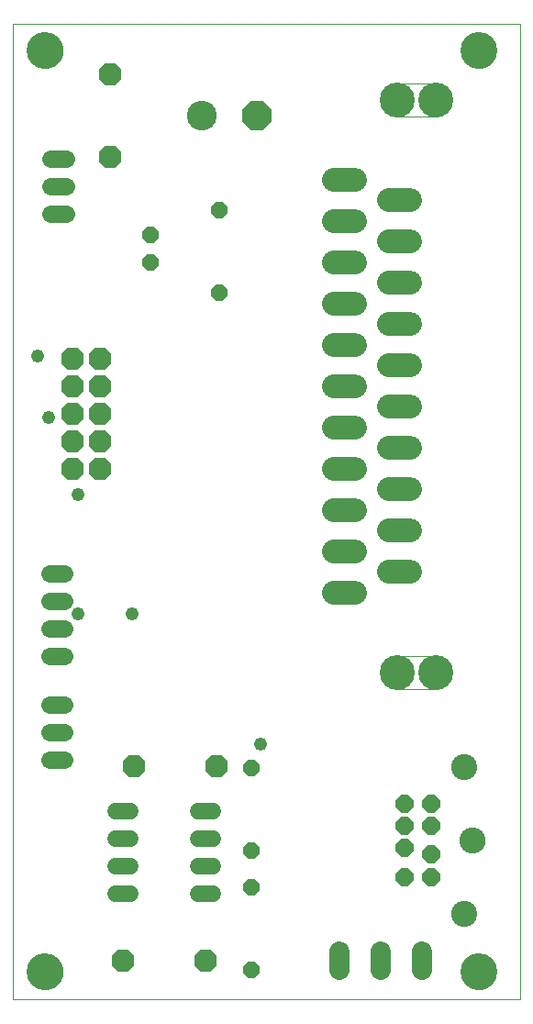
<source format=gts>
G75*
%MOIN*%
%OFA0B0*%
%FSLAX25Y25*%
%IPPOS*%
%LPD*%
%AMOC8*
5,1,8,0,0,1.08239X$1,22.5*
%
%ADD10C,0.00000*%
%ADD11C,0.13398*%
%ADD12C,0.06400*%
%ADD13OC8,0.06000*%
%ADD14C,0.00009*%
%ADD15C,0.08600*%
%ADD16C,0.12700*%
%ADD17OC8,0.06343*%
%ADD18C,0.09461*%
%ADD19C,0.07400*%
%ADD20C,0.06000*%
%ADD21OC8,0.08300*%
%ADD22OC8,0.08200*%
%ADD23C,0.10800*%
%ADD24OC8,0.10800*%
%ADD25C,0.04800*%
D10*
X0001984Y0001000D02*
X0001984Y0355331D01*
X0186472Y0355331D01*
X0186472Y0001000D01*
X0001984Y0001000D01*
X0007496Y0011118D02*
X0007498Y0011276D01*
X0007504Y0011434D01*
X0007514Y0011592D01*
X0007528Y0011750D01*
X0007546Y0011907D01*
X0007567Y0012064D01*
X0007593Y0012220D01*
X0007623Y0012376D01*
X0007656Y0012531D01*
X0007694Y0012684D01*
X0007735Y0012837D01*
X0007780Y0012989D01*
X0007829Y0013140D01*
X0007882Y0013289D01*
X0007938Y0013437D01*
X0007998Y0013583D01*
X0008062Y0013728D01*
X0008130Y0013871D01*
X0008201Y0014013D01*
X0008275Y0014153D01*
X0008353Y0014290D01*
X0008435Y0014426D01*
X0008519Y0014560D01*
X0008608Y0014691D01*
X0008699Y0014820D01*
X0008794Y0014947D01*
X0008891Y0015072D01*
X0008992Y0015194D01*
X0009096Y0015313D01*
X0009203Y0015430D01*
X0009313Y0015544D01*
X0009426Y0015655D01*
X0009541Y0015764D01*
X0009659Y0015869D01*
X0009780Y0015971D01*
X0009903Y0016071D01*
X0010029Y0016167D01*
X0010157Y0016260D01*
X0010287Y0016350D01*
X0010420Y0016436D01*
X0010555Y0016520D01*
X0010691Y0016599D01*
X0010830Y0016676D01*
X0010971Y0016748D01*
X0011113Y0016818D01*
X0011257Y0016883D01*
X0011403Y0016945D01*
X0011550Y0017003D01*
X0011699Y0017058D01*
X0011849Y0017109D01*
X0012000Y0017156D01*
X0012152Y0017199D01*
X0012305Y0017238D01*
X0012460Y0017274D01*
X0012615Y0017305D01*
X0012771Y0017333D01*
X0012927Y0017357D01*
X0013084Y0017377D01*
X0013242Y0017393D01*
X0013399Y0017405D01*
X0013558Y0017413D01*
X0013716Y0017417D01*
X0013874Y0017417D01*
X0014032Y0017413D01*
X0014191Y0017405D01*
X0014348Y0017393D01*
X0014506Y0017377D01*
X0014663Y0017357D01*
X0014819Y0017333D01*
X0014975Y0017305D01*
X0015130Y0017274D01*
X0015285Y0017238D01*
X0015438Y0017199D01*
X0015590Y0017156D01*
X0015741Y0017109D01*
X0015891Y0017058D01*
X0016040Y0017003D01*
X0016187Y0016945D01*
X0016333Y0016883D01*
X0016477Y0016818D01*
X0016619Y0016748D01*
X0016760Y0016676D01*
X0016899Y0016599D01*
X0017035Y0016520D01*
X0017170Y0016436D01*
X0017303Y0016350D01*
X0017433Y0016260D01*
X0017561Y0016167D01*
X0017687Y0016071D01*
X0017810Y0015971D01*
X0017931Y0015869D01*
X0018049Y0015764D01*
X0018164Y0015655D01*
X0018277Y0015544D01*
X0018387Y0015430D01*
X0018494Y0015313D01*
X0018598Y0015194D01*
X0018699Y0015072D01*
X0018796Y0014947D01*
X0018891Y0014820D01*
X0018982Y0014691D01*
X0019071Y0014560D01*
X0019155Y0014426D01*
X0019237Y0014290D01*
X0019315Y0014153D01*
X0019389Y0014013D01*
X0019460Y0013871D01*
X0019528Y0013728D01*
X0019592Y0013583D01*
X0019652Y0013437D01*
X0019708Y0013289D01*
X0019761Y0013140D01*
X0019810Y0012989D01*
X0019855Y0012837D01*
X0019896Y0012684D01*
X0019934Y0012531D01*
X0019967Y0012376D01*
X0019997Y0012220D01*
X0020023Y0012064D01*
X0020044Y0011907D01*
X0020062Y0011750D01*
X0020076Y0011592D01*
X0020086Y0011434D01*
X0020092Y0011276D01*
X0020094Y0011118D01*
X0020092Y0010960D01*
X0020086Y0010802D01*
X0020076Y0010644D01*
X0020062Y0010486D01*
X0020044Y0010329D01*
X0020023Y0010172D01*
X0019997Y0010016D01*
X0019967Y0009860D01*
X0019934Y0009705D01*
X0019896Y0009552D01*
X0019855Y0009399D01*
X0019810Y0009247D01*
X0019761Y0009096D01*
X0019708Y0008947D01*
X0019652Y0008799D01*
X0019592Y0008653D01*
X0019528Y0008508D01*
X0019460Y0008365D01*
X0019389Y0008223D01*
X0019315Y0008083D01*
X0019237Y0007946D01*
X0019155Y0007810D01*
X0019071Y0007676D01*
X0018982Y0007545D01*
X0018891Y0007416D01*
X0018796Y0007289D01*
X0018699Y0007164D01*
X0018598Y0007042D01*
X0018494Y0006923D01*
X0018387Y0006806D01*
X0018277Y0006692D01*
X0018164Y0006581D01*
X0018049Y0006472D01*
X0017931Y0006367D01*
X0017810Y0006265D01*
X0017687Y0006165D01*
X0017561Y0006069D01*
X0017433Y0005976D01*
X0017303Y0005886D01*
X0017170Y0005800D01*
X0017035Y0005716D01*
X0016899Y0005637D01*
X0016760Y0005560D01*
X0016619Y0005488D01*
X0016477Y0005418D01*
X0016333Y0005353D01*
X0016187Y0005291D01*
X0016040Y0005233D01*
X0015891Y0005178D01*
X0015741Y0005127D01*
X0015590Y0005080D01*
X0015438Y0005037D01*
X0015285Y0004998D01*
X0015130Y0004962D01*
X0014975Y0004931D01*
X0014819Y0004903D01*
X0014663Y0004879D01*
X0014506Y0004859D01*
X0014348Y0004843D01*
X0014191Y0004831D01*
X0014032Y0004823D01*
X0013874Y0004819D01*
X0013716Y0004819D01*
X0013558Y0004823D01*
X0013399Y0004831D01*
X0013242Y0004843D01*
X0013084Y0004859D01*
X0012927Y0004879D01*
X0012771Y0004903D01*
X0012615Y0004931D01*
X0012460Y0004962D01*
X0012305Y0004998D01*
X0012152Y0005037D01*
X0012000Y0005080D01*
X0011849Y0005127D01*
X0011699Y0005178D01*
X0011550Y0005233D01*
X0011403Y0005291D01*
X0011257Y0005353D01*
X0011113Y0005418D01*
X0010971Y0005488D01*
X0010830Y0005560D01*
X0010691Y0005637D01*
X0010555Y0005716D01*
X0010420Y0005800D01*
X0010287Y0005886D01*
X0010157Y0005976D01*
X0010029Y0006069D01*
X0009903Y0006165D01*
X0009780Y0006265D01*
X0009659Y0006367D01*
X0009541Y0006472D01*
X0009426Y0006581D01*
X0009313Y0006692D01*
X0009203Y0006806D01*
X0009096Y0006923D01*
X0008992Y0007042D01*
X0008891Y0007164D01*
X0008794Y0007289D01*
X0008699Y0007416D01*
X0008608Y0007545D01*
X0008519Y0007676D01*
X0008435Y0007810D01*
X0008353Y0007946D01*
X0008275Y0008083D01*
X0008201Y0008223D01*
X0008130Y0008365D01*
X0008062Y0008508D01*
X0007998Y0008653D01*
X0007938Y0008799D01*
X0007882Y0008947D01*
X0007829Y0009096D01*
X0007780Y0009247D01*
X0007735Y0009399D01*
X0007694Y0009552D01*
X0007656Y0009705D01*
X0007623Y0009860D01*
X0007593Y0010016D01*
X0007567Y0010172D01*
X0007546Y0010329D01*
X0007528Y0010486D01*
X0007514Y0010644D01*
X0007504Y0010802D01*
X0007498Y0010960D01*
X0007496Y0011118D01*
X0135664Y0119874D02*
X0135666Y0120028D01*
X0135672Y0120182D01*
X0135682Y0120335D01*
X0135696Y0120488D01*
X0135714Y0120641D01*
X0135735Y0120793D01*
X0135761Y0120945D01*
X0135791Y0121096D01*
X0135824Y0121246D01*
X0135862Y0121395D01*
X0135903Y0121544D01*
X0135948Y0121691D01*
X0135997Y0121837D01*
X0136050Y0121981D01*
X0136106Y0122124D01*
X0136166Y0122266D01*
X0136230Y0122406D01*
X0136297Y0122544D01*
X0136368Y0122681D01*
X0136442Y0122816D01*
X0136520Y0122948D01*
X0136601Y0123079D01*
X0136686Y0123208D01*
X0136773Y0123334D01*
X0136864Y0123458D01*
X0136959Y0123579D01*
X0137056Y0123699D01*
X0137156Y0123815D01*
X0137260Y0123929D01*
X0137366Y0124040D01*
X0137475Y0124149D01*
X0137587Y0124254D01*
X0137702Y0124357D01*
X0137819Y0124457D01*
X0137939Y0124553D01*
X0138061Y0124647D01*
X0138185Y0124737D01*
X0138312Y0124824D01*
X0138441Y0124908D01*
X0138573Y0124988D01*
X0138706Y0125065D01*
X0138841Y0125138D01*
X0138978Y0125208D01*
X0139117Y0125275D01*
X0139257Y0125337D01*
X0139399Y0125396D01*
X0139543Y0125452D01*
X0139688Y0125504D01*
X0139834Y0125551D01*
X0139981Y0125596D01*
X0140130Y0125636D01*
X0140279Y0125672D01*
X0140430Y0125705D01*
X0140581Y0125734D01*
X0140733Y0125758D01*
X0140885Y0125779D01*
X0141038Y0125796D01*
X0141191Y0125809D01*
X0141345Y0125818D01*
X0141499Y0125823D01*
X0141652Y0125824D01*
X0141806Y0125821D01*
X0141960Y0125814D01*
X0142113Y0125803D01*
X0142267Y0125788D01*
X0142419Y0125769D01*
X0142571Y0125746D01*
X0142723Y0125720D01*
X0142874Y0125689D01*
X0143024Y0125655D01*
X0143173Y0125616D01*
X0143320Y0125574D01*
X0143467Y0125528D01*
X0143613Y0125478D01*
X0143757Y0125425D01*
X0143900Y0125367D01*
X0144041Y0125306D01*
X0144181Y0125242D01*
X0144319Y0125174D01*
X0144455Y0125102D01*
X0144589Y0125027D01*
X0144721Y0124948D01*
X0144851Y0124866D01*
X0144979Y0124781D01*
X0145105Y0124692D01*
X0145228Y0124600D01*
X0145349Y0124505D01*
X0145468Y0124407D01*
X0145584Y0124306D01*
X0145697Y0124202D01*
X0145808Y0124095D01*
X0145915Y0123985D01*
X0146020Y0123872D01*
X0146122Y0123757D01*
X0146221Y0123639D01*
X0146317Y0123519D01*
X0146410Y0123396D01*
X0146499Y0123271D01*
X0146585Y0123144D01*
X0146668Y0123014D01*
X0146748Y0122882D01*
X0146824Y0122749D01*
X0146896Y0122613D01*
X0146965Y0122475D01*
X0147031Y0122336D01*
X0147093Y0122195D01*
X0147151Y0122053D01*
X0147205Y0121909D01*
X0147256Y0121764D01*
X0147303Y0121617D01*
X0147346Y0121470D01*
X0147385Y0121321D01*
X0147421Y0121171D01*
X0147452Y0121021D01*
X0147480Y0120869D01*
X0147504Y0120717D01*
X0147524Y0120565D01*
X0147540Y0120412D01*
X0147552Y0120258D01*
X0147560Y0120105D01*
X0147564Y0119951D01*
X0147564Y0119797D01*
X0147560Y0119643D01*
X0147552Y0119490D01*
X0147540Y0119336D01*
X0147524Y0119183D01*
X0147504Y0119031D01*
X0147480Y0118879D01*
X0147452Y0118727D01*
X0147421Y0118577D01*
X0147385Y0118427D01*
X0147346Y0118278D01*
X0147303Y0118131D01*
X0147256Y0117984D01*
X0147205Y0117839D01*
X0147151Y0117695D01*
X0147093Y0117553D01*
X0147031Y0117412D01*
X0146965Y0117273D01*
X0146896Y0117135D01*
X0146824Y0116999D01*
X0146748Y0116866D01*
X0146668Y0116734D01*
X0146585Y0116604D01*
X0146499Y0116477D01*
X0146410Y0116352D01*
X0146317Y0116229D01*
X0146221Y0116109D01*
X0146122Y0115991D01*
X0146020Y0115876D01*
X0145915Y0115763D01*
X0145808Y0115653D01*
X0145697Y0115546D01*
X0145584Y0115442D01*
X0145468Y0115341D01*
X0145349Y0115243D01*
X0145228Y0115148D01*
X0145105Y0115056D01*
X0144979Y0114967D01*
X0144851Y0114882D01*
X0144721Y0114800D01*
X0144589Y0114721D01*
X0144455Y0114646D01*
X0144319Y0114574D01*
X0144181Y0114506D01*
X0144041Y0114442D01*
X0143900Y0114381D01*
X0143757Y0114323D01*
X0143613Y0114270D01*
X0143467Y0114220D01*
X0143320Y0114174D01*
X0143173Y0114132D01*
X0143024Y0114093D01*
X0142874Y0114059D01*
X0142723Y0114028D01*
X0142571Y0114002D01*
X0142419Y0113979D01*
X0142267Y0113960D01*
X0142113Y0113945D01*
X0141960Y0113934D01*
X0141806Y0113927D01*
X0141652Y0113924D01*
X0141499Y0113925D01*
X0141345Y0113930D01*
X0141191Y0113939D01*
X0141038Y0113952D01*
X0140885Y0113969D01*
X0140733Y0113990D01*
X0140581Y0114014D01*
X0140430Y0114043D01*
X0140279Y0114076D01*
X0140130Y0114112D01*
X0139981Y0114152D01*
X0139834Y0114197D01*
X0139688Y0114244D01*
X0139543Y0114296D01*
X0139399Y0114352D01*
X0139257Y0114411D01*
X0139117Y0114473D01*
X0138978Y0114540D01*
X0138841Y0114610D01*
X0138706Y0114683D01*
X0138573Y0114760D01*
X0138441Y0114840D01*
X0138312Y0114924D01*
X0138185Y0115011D01*
X0138061Y0115101D01*
X0137939Y0115195D01*
X0137819Y0115291D01*
X0137702Y0115391D01*
X0137587Y0115494D01*
X0137475Y0115599D01*
X0137366Y0115708D01*
X0137260Y0115819D01*
X0137156Y0115933D01*
X0137056Y0116049D01*
X0136959Y0116169D01*
X0136864Y0116290D01*
X0136773Y0116414D01*
X0136686Y0116540D01*
X0136601Y0116669D01*
X0136520Y0116800D01*
X0136442Y0116932D01*
X0136368Y0117067D01*
X0136297Y0117204D01*
X0136230Y0117342D01*
X0136166Y0117482D01*
X0136106Y0117624D01*
X0136050Y0117767D01*
X0135997Y0117911D01*
X0135948Y0118057D01*
X0135903Y0118204D01*
X0135862Y0118353D01*
X0135824Y0118502D01*
X0135791Y0118652D01*
X0135761Y0118803D01*
X0135735Y0118955D01*
X0135714Y0119107D01*
X0135696Y0119260D01*
X0135682Y0119413D01*
X0135672Y0119566D01*
X0135666Y0119720D01*
X0135664Y0119874D01*
X0141614Y0125874D02*
X0141461Y0125872D01*
X0141308Y0125866D01*
X0141155Y0125856D01*
X0141002Y0125843D01*
X0140850Y0125825D01*
X0140698Y0125804D01*
X0140547Y0125778D01*
X0140397Y0125749D01*
X0140247Y0125716D01*
X0140098Y0125679D01*
X0139950Y0125639D01*
X0139804Y0125594D01*
X0139658Y0125546D01*
X0139514Y0125494D01*
X0139371Y0125439D01*
X0139230Y0125380D01*
X0139090Y0125317D01*
X0138952Y0125251D01*
X0138815Y0125181D01*
X0138681Y0125108D01*
X0138548Y0125031D01*
X0138417Y0124951D01*
X0138289Y0124868D01*
X0138162Y0124782D01*
X0138038Y0124692D01*
X0137916Y0124599D01*
X0137797Y0124503D01*
X0137680Y0124404D01*
X0137565Y0124302D01*
X0137453Y0124197D01*
X0137344Y0124089D01*
X0137238Y0123979D01*
X0137135Y0123866D01*
X0137034Y0123750D01*
X0136937Y0123632D01*
X0136842Y0123511D01*
X0136751Y0123388D01*
X0136663Y0123263D01*
X0136578Y0123135D01*
X0136496Y0123006D01*
X0136418Y0122874D01*
X0136343Y0122740D01*
X0136271Y0122605D01*
X0136203Y0122467D01*
X0136139Y0122328D01*
X0136078Y0122188D01*
X0136021Y0122046D01*
X0135967Y0121902D01*
X0135917Y0121757D01*
X0135871Y0121611D01*
X0135828Y0121464D01*
X0135790Y0121316D01*
X0135755Y0121166D01*
X0135724Y0121016D01*
X0135696Y0120866D01*
X0135673Y0120714D01*
X0135654Y0120562D01*
X0135638Y0120410D01*
X0135626Y0120257D01*
X0135618Y0120104D01*
X0135614Y0119951D01*
X0135614Y0119797D01*
X0135618Y0119644D01*
X0135626Y0119491D01*
X0135638Y0119338D01*
X0135654Y0119186D01*
X0135673Y0119034D01*
X0135696Y0118882D01*
X0135724Y0118732D01*
X0135755Y0118582D01*
X0135790Y0118432D01*
X0135828Y0118284D01*
X0135871Y0118137D01*
X0135917Y0117991D01*
X0135967Y0117846D01*
X0136021Y0117702D01*
X0136078Y0117560D01*
X0136139Y0117420D01*
X0136203Y0117281D01*
X0136271Y0117143D01*
X0136343Y0117008D01*
X0136418Y0116874D01*
X0136496Y0116742D01*
X0136578Y0116613D01*
X0136663Y0116485D01*
X0136751Y0116360D01*
X0136842Y0116237D01*
X0136937Y0116116D01*
X0137034Y0115998D01*
X0137135Y0115882D01*
X0137238Y0115769D01*
X0137344Y0115659D01*
X0137453Y0115551D01*
X0137565Y0115446D01*
X0137680Y0115344D01*
X0137797Y0115245D01*
X0137916Y0115149D01*
X0138038Y0115056D01*
X0138162Y0114966D01*
X0138289Y0114880D01*
X0138417Y0114797D01*
X0138548Y0114717D01*
X0138681Y0114640D01*
X0138815Y0114567D01*
X0138952Y0114497D01*
X0139090Y0114431D01*
X0139230Y0114368D01*
X0139371Y0114309D01*
X0139514Y0114254D01*
X0139658Y0114202D01*
X0139804Y0114154D01*
X0139950Y0114109D01*
X0140098Y0114069D01*
X0140247Y0114032D01*
X0140397Y0113999D01*
X0140547Y0113970D01*
X0140698Y0113944D01*
X0140850Y0113923D01*
X0141002Y0113905D01*
X0141155Y0113892D01*
X0141308Y0113882D01*
X0141461Y0113876D01*
X0141614Y0113874D01*
X0149664Y0119874D02*
X0149666Y0120028D01*
X0149672Y0120182D01*
X0149682Y0120335D01*
X0149696Y0120488D01*
X0149714Y0120641D01*
X0149735Y0120793D01*
X0149761Y0120945D01*
X0149791Y0121096D01*
X0149824Y0121246D01*
X0149862Y0121395D01*
X0149903Y0121544D01*
X0149948Y0121691D01*
X0149997Y0121837D01*
X0150050Y0121981D01*
X0150106Y0122124D01*
X0150166Y0122266D01*
X0150230Y0122406D01*
X0150297Y0122544D01*
X0150368Y0122681D01*
X0150442Y0122816D01*
X0150520Y0122948D01*
X0150601Y0123079D01*
X0150686Y0123208D01*
X0150773Y0123334D01*
X0150864Y0123458D01*
X0150959Y0123579D01*
X0151056Y0123699D01*
X0151156Y0123815D01*
X0151260Y0123929D01*
X0151366Y0124040D01*
X0151475Y0124149D01*
X0151587Y0124254D01*
X0151702Y0124357D01*
X0151819Y0124457D01*
X0151939Y0124553D01*
X0152061Y0124647D01*
X0152185Y0124737D01*
X0152312Y0124824D01*
X0152441Y0124908D01*
X0152573Y0124988D01*
X0152706Y0125065D01*
X0152841Y0125138D01*
X0152978Y0125208D01*
X0153117Y0125275D01*
X0153257Y0125337D01*
X0153399Y0125396D01*
X0153543Y0125452D01*
X0153688Y0125504D01*
X0153834Y0125551D01*
X0153981Y0125596D01*
X0154130Y0125636D01*
X0154279Y0125672D01*
X0154430Y0125705D01*
X0154581Y0125734D01*
X0154733Y0125758D01*
X0154885Y0125779D01*
X0155038Y0125796D01*
X0155191Y0125809D01*
X0155345Y0125818D01*
X0155499Y0125823D01*
X0155652Y0125824D01*
X0155806Y0125821D01*
X0155960Y0125814D01*
X0156113Y0125803D01*
X0156267Y0125788D01*
X0156419Y0125769D01*
X0156571Y0125746D01*
X0156723Y0125720D01*
X0156874Y0125689D01*
X0157024Y0125655D01*
X0157173Y0125616D01*
X0157320Y0125574D01*
X0157467Y0125528D01*
X0157613Y0125478D01*
X0157757Y0125425D01*
X0157900Y0125367D01*
X0158041Y0125306D01*
X0158181Y0125242D01*
X0158319Y0125174D01*
X0158455Y0125102D01*
X0158589Y0125027D01*
X0158721Y0124948D01*
X0158851Y0124866D01*
X0158979Y0124781D01*
X0159105Y0124692D01*
X0159228Y0124600D01*
X0159349Y0124505D01*
X0159468Y0124407D01*
X0159584Y0124306D01*
X0159697Y0124202D01*
X0159808Y0124095D01*
X0159915Y0123985D01*
X0160020Y0123872D01*
X0160122Y0123757D01*
X0160221Y0123639D01*
X0160317Y0123519D01*
X0160410Y0123396D01*
X0160499Y0123271D01*
X0160585Y0123144D01*
X0160668Y0123014D01*
X0160748Y0122882D01*
X0160824Y0122749D01*
X0160896Y0122613D01*
X0160965Y0122475D01*
X0161031Y0122336D01*
X0161093Y0122195D01*
X0161151Y0122053D01*
X0161205Y0121909D01*
X0161256Y0121764D01*
X0161303Y0121617D01*
X0161346Y0121470D01*
X0161385Y0121321D01*
X0161421Y0121171D01*
X0161452Y0121021D01*
X0161480Y0120869D01*
X0161504Y0120717D01*
X0161524Y0120565D01*
X0161540Y0120412D01*
X0161552Y0120258D01*
X0161560Y0120105D01*
X0161564Y0119951D01*
X0161564Y0119797D01*
X0161560Y0119643D01*
X0161552Y0119490D01*
X0161540Y0119336D01*
X0161524Y0119183D01*
X0161504Y0119031D01*
X0161480Y0118879D01*
X0161452Y0118727D01*
X0161421Y0118577D01*
X0161385Y0118427D01*
X0161346Y0118278D01*
X0161303Y0118131D01*
X0161256Y0117984D01*
X0161205Y0117839D01*
X0161151Y0117695D01*
X0161093Y0117553D01*
X0161031Y0117412D01*
X0160965Y0117273D01*
X0160896Y0117135D01*
X0160824Y0116999D01*
X0160748Y0116866D01*
X0160668Y0116734D01*
X0160585Y0116604D01*
X0160499Y0116477D01*
X0160410Y0116352D01*
X0160317Y0116229D01*
X0160221Y0116109D01*
X0160122Y0115991D01*
X0160020Y0115876D01*
X0159915Y0115763D01*
X0159808Y0115653D01*
X0159697Y0115546D01*
X0159584Y0115442D01*
X0159468Y0115341D01*
X0159349Y0115243D01*
X0159228Y0115148D01*
X0159105Y0115056D01*
X0158979Y0114967D01*
X0158851Y0114882D01*
X0158721Y0114800D01*
X0158589Y0114721D01*
X0158455Y0114646D01*
X0158319Y0114574D01*
X0158181Y0114506D01*
X0158041Y0114442D01*
X0157900Y0114381D01*
X0157757Y0114323D01*
X0157613Y0114270D01*
X0157467Y0114220D01*
X0157320Y0114174D01*
X0157173Y0114132D01*
X0157024Y0114093D01*
X0156874Y0114059D01*
X0156723Y0114028D01*
X0156571Y0114002D01*
X0156419Y0113979D01*
X0156267Y0113960D01*
X0156113Y0113945D01*
X0155960Y0113934D01*
X0155806Y0113927D01*
X0155652Y0113924D01*
X0155499Y0113925D01*
X0155345Y0113930D01*
X0155191Y0113939D01*
X0155038Y0113952D01*
X0154885Y0113969D01*
X0154733Y0113990D01*
X0154581Y0114014D01*
X0154430Y0114043D01*
X0154279Y0114076D01*
X0154130Y0114112D01*
X0153981Y0114152D01*
X0153834Y0114197D01*
X0153688Y0114244D01*
X0153543Y0114296D01*
X0153399Y0114352D01*
X0153257Y0114411D01*
X0153117Y0114473D01*
X0152978Y0114540D01*
X0152841Y0114610D01*
X0152706Y0114683D01*
X0152573Y0114760D01*
X0152441Y0114840D01*
X0152312Y0114924D01*
X0152185Y0115011D01*
X0152061Y0115101D01*
X0151939Y0115195D01*
X0151819Y0115291D01*
X0151702Y0115391D01*
X0151587Y0115494D01*
X0151475Y0115599D01*
X0151366Y0115708D01*
X0151260Y0115819D01*
X0151156Y0115933D01*
X0151056Y0116049D01*
X0150959Y0116169D01*
X0150864Y0116290D01*
X0150773Y0116414D01*
X0150686Y0116540D01*
X0150601Y0116669D01*
X0150520Y0116800D01*
X0150442Y0116932D01*
X0150368Y0117067D01*
X0150297Y0117204D01*
X0150230Y0117342D01*
X0150166Y0117482D01*
X0150106Y0117624D01*
X0150050Y0117767D01*
X0149997Y0117911D01*
X0149948Y0118057D01*
X0149903Y0118204D01*
X0149862Y0118353D01*
X0149824Y0118502D01*
X0149791Y0118652D01*
X0149761Y0118803D01*
X0149735Y0118955D01*
X0149714Y0119107D01*
X0149696Y0119260D01*
X0149682Y0119413D01*
X0149672Y0119566D01*
X0149666Y0119720D01*
X0149664Y0119874D01*
X0155614Y0113874D02*
X0155767Y0113876D01*
X0155920Y0113882D01*
X0156073Y0113892D01*
X0156226Y0113905D01*
X0156378Y0113923D01*
X0156530Y0113944D01*
X0156681Y0113970D01*
X0156831Y0113999D01*
X0156981Y0114032D01*
X0157130Y0114069D01*
X0157278Y0114109D01*
X0157424Y0114154D01*
X0157570Y0114202D01*
X0157714Y0114254D01*
X0157857Y0114309D01*
X0157998Y0114368D01*
X0158138Y0114431D01*
X0158276Y0114497D01*
X0158413Y0114567D01*
X0158547Y0114640D01*
X0158680Y0114717D01*
X0158811Y0114797D01*
X0158939Y0114880D01*
X0159066Y0114966D01*
X0159190Y0115056D01*
X0159312Y0115149D01*
X0159431Y0115245D01*
X0159548Y0115344D01*
X0159663Y0115446D01*
X0159775Y0115551D01*
X0159884Y0115659D01*
X0159990Y0115769D01*
X0160093Y0115882D01*
X0160194Y0115998D01*
X0160291Y0116116D01*
X0160386Y0116237D01*
X0160477Y0116360D01*
X0160565Y0116485D01*
X0160650Y0116613D01*
X0160732Y0116742D01*
X0160810Y0116874D01*
X0160885Y0117008D01*
X0160957Y0117143D01*
X0161025Y0117281D01*
X0161089Y0117420D01*
X0161150Y0117560D01*
X0161207Y0117702D01*
X0161261Y0117846D01*
X0161311Y0117991D01*
X0161357Y0118137D01*
X0161400Y0118284D01*
X0161438Y0118432D01*
X0161473Y0118582D01*
X0161504Y0118732D01*
X0161532Y0118882D01*
X0161555Y0119034D01*
X0161574Y0119186D01*
X0161590Y0119338D01*
X0161602Y0119491D01*
X0161610Y0119644D01*
X0161614Y0119797D01*
X0161614Y0119951D01*
X0161610Y0120104D01*
X0161602Y0120257D01*
X0161590Y0120410D01*
X0161574Y0120562D01*
X0161555Y0120714D01*
X0161532Y0120866D01*
X0161504Y0121016D01*
X0161473Y0121166D01*
X0161438Y0121316D01*
X0161400Y0121464D01*
X0161357Y0121611D01*
X0161311Y0121757D01*
X0161261Y0121902D01*
X0161207Y0122046D01*
X0161150Y0122188D01*
X0161089Y0122328D01*
X0161025Y0122467D01*
X0160957Y0122605D01*
X0160885Y0122740D01*
X0160810Y0122874D01*
X0160732Y0123006D01*
X0160650Y0123135D01*
X0160565Y0123263D01*
X0160477Y0123388D01*
X0160386Y0123511D01*
X0160291Y0123632D01*
X0160194Y0123750D01*
X0160093Y0123866D01*
X0159990Y0123979D01*
X0159884Y0124089D01*
X0159775Y0124197D01*
X0159663Y0124302D01*
X0159548Y0124404D01*
X0159431Y0124503D01*
X0159312Y0124599D01*
X0159190Y0124692D01*
X0159066Y0124782D01*
X0158939Y0124868D01*
X0158811Y0124951D01*
X0158680Y0125031D01*
X0158547Y0125108D01*
X0158413Y0125181D01*
X0158276Y0125251D01*
X0158138Y0125317D01*
X0157998Y0125380D01*
X0157857Y0125439D01*
X0157714Y0125494D01*
X0157570Y0125546D01*
X0157424Y0125594D01*
X0157278Y0125639D01*
X0157130Y0125679D01*
X0156981Y0125716D01*
X0156831Y0125749D01*
X0156681Y0125778D01*
X0156530Y0125804D01*
X0156378Y0125825D01*
X0156226Y0125843D01*
X0156073Y0125856D01*
X0155920Y0125866D01*
X0155767Y0125872D01*
X0155614Y0125874D01*
X0161630Y0085449D02*
X0161632Y0085580D01*
X0161638Y0085712D01*
X0161648Y0085843D01*
X0161662Y0085974D01*
X0161680Y0086104D01*
X0161702Y0086233D01*
X0161727Y0086362D01*
X0161757Y0086490D01*
X0161791Y0086617D01*
X0161828Y0086744D01*
X0161869Y0086868D01*
X0161914Y0086992D01*
X0161963Y0087114D01*
X0162015Y0087235D01*
X0162071Y0087353D01*
X0162131Y0087471D01*
X0162194Y0087586D01*
X0162261Y0087699D01*
X0162331Y0087811D01*
X0162404Y0087920D01*
X0162480Y0088026D01*
X0162560Y0088131D01*
X0162643Y0088233D01*
X0162729Y0088332D01*
X0162818Y0088429D01*
X0162910Y0088523D01*
X0163005Y0088614D01*
X0163102Y0088703D01*
X0163202Y0088788D01*
X0163305Y0088870D01*
X0163410Y0088949D01*
X0163517Y0089025D01*
X0163627Y0089097D01*
X0163739Y0089166D01*
X0163853Y0089232D01*
X0163968Y0089294D01*
X0164086Y0089353D01*
X0164205Y0089408D01*
X0164326Y0089460D01*
X0164449Y0089507D01*
X0164573Y0089551D01*
X0164698Y0089592D01*
X0164824Y0089628D01*
X0164952Y0089661D01*
X0165080Y0089689D01*
X0165209Y0089714D01*
X0165339Y0089735D01*
X0165469Y0089752D01*
X0165600Y0089765D01*
X0165731Y0089774D01*
X0165862Y0089779D01*
X0165994Y0089780D01*
X0166125Y0089777D01*
X0166257Y0089770D01*
X0166388Y0089759D01*
X0166518Y0089744D01*
X0166648Y0089725D01*
X0166778Y0089702D01*
X0166906Y0089676D01*
X0167034Y0089645D01*
X0167161Y0089610D01*
X0167287Y0089572D01*
X0167411Y0089530D01*
X0167535Y0089484D01*
X0167656Y0089434D01*
X0167776Y0089381D01*
X0167895Y0089324D01*
X0168012Y0089264D01*
X0168126Y0089200D01*
X0168239Y0089132D01*
X0168350Y0089061D01*
X0168459Y0088987D01*
X0168565Y0088910D01*
X0168669Y0088829D01*
X0168770Y0088746D01*
X0168869Y0088659D01*
X0168965Y0088569D01*
X0169058Y0088476D01*
X0169149Y0088381D01*
X0169236Y0088283D01*
X0169321Y0088182D01*
X0169402Y0088079D01*
X0169480Y0087973D01*
X0169555Y0087865D01*
X0169627Y0087755D01*
X0169695Y0087643D01*
X0169760Y0087529D01*
X0169821Y0087412D01*
X0169879Y0087294D01*
X0169933Y0087174D01*
X0169984Y0087053D01*
X0170031Y0086930D01*
X0170074Y0086806D01*
X0170113Y0086681D01*
X0170149Y0086554D01*
X0170180Y0086426D01*
X0170208Y0086298D01*
X0170232Y0086169D01*
X0170252Y0086039D01*
X0170268Y0085908D01*
X0170280Y0085777D01*
X0170288Y0085646D01*
X0170292Y0085515D01*
X0170292Y0085383D01*
X0170288Y0085252D01*
X0170280Y0085121D01*
X0170268Y0084990D01*
X0170252Y0084859D01*
X0170232Y0084729D01*
X0170208Y0084600D01*
X0170180Y0084472D01*
X0170149Y0084344D01*
X0170113Y0084217D01*
X0170074Y0084092D01*
X0170031Y0083968D01*
X0169984Y0083845D01*
X0169933Y0083724D01*
X0169879Y0083604D01*
X0169821Y0083486D01*
X0169760Y0083369D01*
X0169695Y0083255D01*
X0169627Y0083143D01*
X0169555Y0083033D01*
X0169480Y0082925D01*
X0169402Y0082819D01*
X0169321Y0082716D01*
X0169236Y0082615D01*
X0169149Y0082517D01*
X0169058Y0082422D01*
X0168965Y0082329D01*
X0168869Y0082239D01*
X0168770Y0082152D01*
X0168669Y0082069D01*
X0168565Y0081988D01*
X0168459Y0081911D01*
X0168350Y0081837D01*
X0168239Y0081766D01*
X0168127Y0081698D01*
X0168012Y0081634D01*
X0167895Y0081574D01*
X0167776Y0081517D01*
X0167656Y0081464D01*
X0167535Y0081414D01*
X0167411Y0081368D01*
X0167287Y0081326D01*
X0167161Y0081288D01*
X0167034Y0081253D01*
X0166906Y0081222D01*
X0166778Y0081196D01*
X0166648Y0081173D01*
X0166518Y0081154D01*
X0166388Y0081139D01*
X0166257Y0081128D01*
X0166125Y0081121D01*
X0165994Y0081118D01*
X0165862Y0081119D01*
X0165731Y0081124D01*
X0165600Y0081133D01*
X0165469Y0081146D01*
X0165339Y0081163D01*
X0165209Y0081184D01*
X0165080Y0081209D01*
X0164952Y0081237D01*
X0164824Y0081270D01*
X0164698Y0081306D01*
X0164573Y0081347D01*
X0164449Y0081391D01*
X0164326Y0081438D01*
X0164205Y0081490D01*
X0164086Y0081545D01*
X0163968Y0081604D01*
X0163853Y0081666D01*
X0163739Y0081732D01*
X0163627Y0081801D01*
X0163517Y0081873D01*
X0163410Y0081949D01*
X0163305Y0082028D01*
X0163202Y0082110D01*
X0163102Y0082195D01*
X0163005Y0082284D01*
X0162910Y0082375D01*
X0162818Y0082469D01*
X0162729Y0082566D01*
X0162643Y0082665D01*
X0162560Y0082767D01*
X0162480Y0082872D01*
X0162404Y0082978D01*
X0162331Y0083087D01*
X0162261Y0083199D01*
X0162194Y0083312D01*
X0162131Y0083427D01*
X0162071Y0083545D01*
X0162015Y0083663D01*
X0161963Y0083784D01*
X0161914Y0083906D01*
X0161869Y0084030D01*
X0161828Y0084154D01*
X0161791Y0084281D01*
X0161757Y0084408D01*
X0161727Y0084536D01*
X0161702Y0084665D01*
X0161680Y0084794D01*
X0161662Y0084924D01*
X0161648Y0085055D01*
X0161638Y0085186D01*
X0161632Y0085318D01*
X0161630Y0085449D01*
X0164779Y0058874D02*
X0164781Y0059005D01*
X0164787Y0059137D01*
X0164797Y0059268D01*
X0164811Y0059399D01*
X0164829Y0059529D01*
X0164851Y0059658D01*
X0164876Y0059787D01*
X0164906Y0059915D01*
X0164940Y0060042D01*
X0164977Y0060169D01*
X0165018Y0060293D01*
X0165063Y0060417D01*
X0165112Y0060539D01*
X0165164Y0060660D01*
X0165220Y0060778D01*
X0165280Y0060896D01*
X0165343Y0061011D01*
X0165410Y0061124D01*
X0165480Y0061236D01*
X0165553Y0061345D01*
X0165629Y0061451D01*
X0165709Y0061556D01*
X0165792Y0061658D01*
X0165878Y0061757D01*
X0165967Y0061854D01*
X0166059Y0061948D01*
X0166154Y0062039D01*
X0166251Y0062128D01*
X0166351Y0062213D01*
X0166454Y0062295D01*
X0166559Y0062374D01*
X0166666Y0062450D01*
X0166776Y0062522D01*
X0166888Y0062591D01*
X0167002Y0062657D01*
X0167117Y0062719D01*
X0167235Y0062778D01*
X0167354Y0062833D01*
X0167475Y0062885D01*
X0167598Y0062932D01*
X0167722Y0062976D01*
X0167847Y0063017D01*
X0167973Y0063053D01*
X0168101Y0063086D01*
X0168229Y0063114D01*
X0168358Y0063139D01*
X0168488Y0063160D01*
X0168618Y0063177D01*
X0168749Y0063190D01*
X0168880Y0063199D01*
X0169011Y0063204D01*
X0169143Y0063205D01*
X0169274Y0063202D01*
X0169406Y0063195D01*
X0169537Y0063184D01*
X0169667Y0063169D01*
X0169797Y0063150D01*
X0169927Y0063127D01*
X0170055Y0063101D01*
X0170183Y0063070D01*
X0170310Y0063035D01*
X0170436Y0062997D01*
X0170560Y0062955D01*
X0170684Y0062909D01*
X0170805Y0062859D01*
X0170925Y0062806D01*
X0171044Y0062749D01*
X0171161Y0062689D01*
X0171275Y0062625D01*
X0171388Y0062557D01*
X0171499Y0062486D01*
X0171608Y0062412D01*
X0171714Y0062335D01*
X0171818Y0062254D01*
X0171919Y0062171D01*
X0172018Y0062084D01*
X0172114Y0061994D01*
X0172207Y0061901D01*
X0172298Y0061806D01*
X0172385Y0061708D01*
X0172470Y0061607D01*
X0172551Y0061504D01*
X0172629Y0061398D01*
X0172704Y0061290D01*
X0172776Y0061180D01*
X0172844Y0061068D01*
X0172909Y0060954D01*
X0172970Y0060837D01*
X0173028Y0060719D01*
X0173082Y0060599D01*
X0173133Y0060478D01*
X0173180Y0060355D01*
X0173223Y0060231D01*
X0173262Y0060106D01*
X0173298Y0059979D01*
X0173329Y0059851D01*
X0173357Y0059723D01*
X0173381Y0059594D01*
X0173401Y0059464D01*
X0173417Y0059333D01*
X0173429Y0059202D01*
X0173437Y0059071D01*
X0173441Y0058940D01*
X0173441Y0058808D01*
X0173437Y0058677D01*
X0173429Y0058546D01*
X0173417Y0058415D01*
X0173401Y0058284D01*
X0173381Y0058154D01*
X0173357Y0058025D01*
X0173329Y0057897D01*
X0173298Y0057769D01*
X0173262Y0057642D01*
X0173223Y0057517D01*
X0173180Y0057393D01*
X0173133Y0057270D01*
X0173082Y0057149D01*
X0173028Y0057029D01*
X0172970Y0056911D01*
X0172909Y0056794D01*
X0172844Y0056680D01*
X0172776Y0056568D01*
X0172704Y0056458D01*
X0172629Y0056350D01*
X0172551Y0056244D01*
X0172470Y0056141D01*
X0172385Y0056040D01*
X0172298Y0055942D01*
X0172207Y0055847D01*
X0172114Y0055754D01*
X0172018Y0055664D01*
X0171919Y0055577D01*
X0171818Y0055494D01*
X0171714Y0055413D01*
X0171608Y0055336D01*
X0171499Y0055262D01*
X0171388Y0055191D01*
X0171276Y0055123D01*
X0171161Y0055059D01*
X0171044Y0054999D01*
X0170925Y0054942D01*
X0170805Y0054889D01*
X0170684Y0054839D01*
X0170560Y0054793D01*
X0170436Y0054751D01*
X0170310Y0054713D01*
X0170183Y0054678D01*
X0170055Y0054647D01*
X0169927Y0054621D01*
X0169797Y0054598D01*
X0169667Y0054579D01*
X0169537Y0054564D01*
X0169406Y0054553D01*
X0169274Y0054546D01*
X0169143Y0054543D01*
X0169011Y0054544D01*
X0168880Y0054549D01*
X0168749Y0054558D01*
X0168618Y0054571D01*
X0168488Y0054588D01*
X0168358Y0054609D01*
X0168229Y0054634D01*
X0168101Y0054662D01*
X0167973Y0054695D01*
X0167847Y0054731D01*
X0167722Y0054772D01*
X0167598Y0054816D01*
X0167475Y0054863D01*
X0167354Y0054915D01*
X0167235Y0054970D01*
X0167117Y0055029D01*
X0167002Y0055091D01*
X0166888Y0055157D01*
X0166776Y0055226D01*
X0166666Y0055298D01*
X0166559Y0055374D01*
X0166454Y0055453D01*
X0166351Y0055535D01*
X0166251Y0055620D01*
X0166154Y0055709D01*
X0166059Y0055800D01*
X0165967Y0055894D01*
X0165878Y0055991D01*
X0165792Y0056090D01*
X0165709Y0056192D01*
X0165629Y0056297D01*
X0165553Y0056403D01*
X0165480Y0056512D01*
X0165410Y0056624D01*
X0165343Y0056737D01*
X0165280Y0056852D01*
X0165220Y0056970D01*
X0165164Y0057088D01*
X0165112Y0057209D01*
X0165063Y0057331D01*
X0165018Y0057455D01*
X0164977Y0057579D01*
X0164940Y0057706D01*
X0164906Y0057833D01*
X0164876Y0057961D01*
X0164851Y0058090D01*
X0164829Y0058219D01*
X0164811Y0058349D01*
X0164797Y0058480D01*
X0164787Y0058611D01*
X0164781Y0058743D01*
X0164779Y0058874D01*
X0161630Y0032299D02*
X0161632Y0032430D01*
X0161638Y0032562D01*
X0161648Y0032693D01*
X0161662Y0032824D01*
X0161680Y0032954D01*
X0161702Y0033083D01*
X0161727Y0033212D01*
X0161757Y0033340D01*
X0161791Y0033467D01*
X0161828Y0033594D01*
X0161869Y0033718D01*
X0161914Y0033842D01*
X0161963Y0033964D01*
X0162015Y0034085D01*
X0162071Y0034203D01*
X0162131Y0034321D01*
X0162194Y0034436D01*
X0162261Y0034549D01*
X0162331Y0034661D01*
X0162404Y0034770D01*
X0162480Y0034876D01*
X0162560Y0034981D01*
X0162643Y0035083D01*
X0162729Y0035182D01*
X0162818Y0035279D01*
X0162910Y0035373D01*
X0163005Y0035464D01*
X0163102Y0035553D01*
X0163202Y0035638D01*
X0163305Y0035720D01*
X0163410Y0035799D01*
X0163517Y0035875D01*
X0163627Y0035947D01*
X0163739Y0036016D01*
X0163853Y0036082D01*
X0163968Y0036144D01*
X0164086Y0036203D01*
X0164205Y0036258D01*
X0164326Y0036310D01*
X0164449Y0036357D01*
X0164573Y0036401D01*
X0164698Y0036442D01*
X0164824Y0036478D01*
X0164952Y0036511D01*
X0165080Y0036539D01*
X0165209Y0036564D01*
X0165339Y0036585D01*
X0165469Y0036602D01*
X0165600Y0036615D01*
X0165731Y0036624D01*
X0165862Y0036629D01*
X0165994Y0036630D01*
X0166125Y0036627D01*
X0166257Y0036620D01*
X0166388Y0036609D01*
X0166518Y0036594D01*
X0166648Y0036575D01*
X0166778Y0036552D01*
X0166906Y0036526D01*
X0167034Y0036495D01*
X0167161Y0036460D01*
X0167287Y0036422D01*
X0167411Y0036380D01*
X0167535Y0036334D01*
X0167656Y0036284D01*
X0167776Y0036231D01*
X0167895Y0036174D01*
X0168012Y0036114D01*
X0168126Y0036050D01*
X0168239Y0035982D01*
X0168350Y0035911D01*
X0168459Y0035837D01*
X0168565Y0035760D01*
X0168669Y0035679D01*
X0168770Y0035596D01*
X0168869Y0035509D01*
X0168965Y0035419D01*
X0169058Y0035326D01*
X0169149Y0035231D01*
X0169236Y0035133D01*
X0169321Y0035032D01*
X0169402Y0034929D01*
X0169480Y0034823D01*
X0169555Y0034715D01*
X0169627Y0034605D01*
X0169695Y0034493D01*
X0169760Y0034379D01*
X0169821Y0034262D01*
X0169879Y0034144D01*
X0169933Y0034024D01*
X0169984Y0033903D01*
X0170031Y0033780D01*
X0170074Y0033656D01*
X0170113Y0033531D01*
X0170149Y0033404D01*
X0170180Y0033276D01*
X0170208Y0033148D01*
X0170232Y0033019D01*
X0170252Y0032889D01*
X0170268Y0032758D01*
X0170280Y0032627D01*
X0170288Y0032496D01*
X0170292Y0032365D01*
X0170292Y0032233D01*
X0170288Y0032102D01*
X0170280Y0031971D01*
X0170268Y0031840D01*
X0170252Y0031709D01*
X0170232Y0031579D01*
X0170208Y0031450D01*
X0170180Y0031322D01*
X0170149Y0031194D01*
X0170113Y0031067D01*
X0170074Y0030942D01*
X0170031Y0030818D01*
X0169984Y0030695D01*
X0169933Y0030574D01*
X0169879Y0030454D01*
X0169821Y0030336D01*
X0169760Y0030219D01*
X0169695Y0030105D01*
X0169627Y0029993D01*
X0169555Y0029883D01*
X0169480Y0029775D01*
X0169402Y0029669D01*
X0169321Y0029566D01*
X0169236Y0029465D01*
X0169149Y0029367D01*
X0169058Y0029272D01*
X0168965Y0029179D01*
X0168869Y0029089D01*
X0168770Y0029002D01*
X0168669Y0028919D01*
X0168565Y0028838D01*
X0168459Y0028761D01*
X0168350Y0028687D01*
X0168239Y0028616D01*
X0168127Y0028548D01*
X0168012Y0028484D01*
X0167895Y0028424D01*
X0167776Y0028367D01*
X0167656Y0028314D01*
X0167535Y0028264D01*
X0167411Y0028218D01*
X0167287Y0028176D01*
X0167161Y0028138D01*
X0167034Y0028103D01*
X0166906Y0028072D01*
X0166778Y0028046D01*
X0166648Y0028023D01*
X0166518Y0028004D01*
X0166388Y0027989D01*
X0166257Y0027978D01*
X0166125Y0027971D01*
X0165994Y0027968D01*
X0165862Y0027969D01*
X0165731Y0027974D01*
X0165600Y0027983D01*
X0165469Y0027996D01*
X0165339Y0028013D01*
X0165209Y0028034D01*
X0165080Y0028059D01*
X0164952Y0028087D01*
X0164824Y0028120D01*
X0164698Y0028156D01*
X0164573Y0028197D01*
X0164449Y0028241D01*
X0164326Y0028288D01*
X0164205Y0028340D01*
X0164086Y0028395D01*
X0163968Y0028454D01*
X0163853Y0028516D01*
X0163739Y0028582D01*
X0163627Y0028651D01*
X0163517Y0028723D01*
X0163410Y0028799D01*
X0163305Y0028878D01*
X0163202Y0028960D01*
X0163102Y0029045D01*
X0163005Y0029134D01*
X0162910Y0029225D01*
X0162818Y0029319D01*
X0162729Y0029416D01*
X0162643Y0029515D01*
X0162560Y0029617D01*
X0162480Y0029722D01*
X0162404Y0029828D01*
X0162331Y0029937D01*
X0162261Y0030049D01*
X0162194Y0030162D01*
X0162131Y0030277D01*
X0162071Y0030395D01*
X0162015Y0030513D01*
X0161963Y0030634D01*
X0161914Y0030756D01*
X0161869Y0030880D01*
X0161828Y0031004D01*
X0161791Y0031131D01*
X0161757Y0031258D01*
X0161727Y0031386D01*
X0161702Y0031515D01*
X0161680Y0031644D01*
X0161662Y0031774D01*
X0161648Y0031905D01*
X0161638Y0032036D01*
X0161632Y0032168D01*
X0161630Y0032299D01*
X0164977Y0011118D02*
X0164979Y0011276D01*
X0164985Y0011434D01*
X0164995Y0011592D01*
X0165009Y0011750D01*
X0165027Y0011907D01*
X0165048Y0012064D01*
X0165074Y0012220D01*
X0165104Y0012376D01*
X0165137Y0012531D01*
X0165175Y0012684D01*
X0165216Y0012837D01*
X0165261Y0012989D01*
X0165310Y0013140D01*
X0165363Y0013289D01*
X0165419Y0013437D01*
X0165479Y0013583D01*
X0165543Y0013728D01*
X0165611Y0013871D01*
X0165682Y0014013D01*
X0165756Y0014153D01*
X0165834Y0014290D01*
X0165916Y0014426D01*
X0166000Y0014560D01*
X0166089Y0014691D01*
X0166180Y0014820D01*
X0166275Y0014947D01*
X0166372Y0015072D01*
X0166473Y0015194D01*
X0166577Y0015313D01*
X0166684Y0015430D01*
X0166794Y0015544D01*
X0166907Y0015655D01*
X0167022Y0015764D01*
X0167140Y0015869D01*
X0167261Y0015971D01*
X0167384Y0016071D01*
X0167510Y0016167D01*
X0167638Y0016260D01*
X0167768Y0016350D01*
X0167901Y0016436D01*
X0168036Y0016520D01*
X0168172Y0016599D01*
X0168311Y0016676D01*
X0168452Y0016748D01*
X0168594Y0016818D01*
X0168738Y0016883D01*
X0168884Y0016945D01*
X0169031Y0017003D01*
X0169180Y0017058D01*
X0169330Y0017109D01*
X0169481Y0017156D01*
X0169633Y0017199D01*
X0169786Y0017238D01*
X0169941Y0017274D01*
X0170096Y0017305D01*
X0170252Y0017333D01*
X0170408Y0017357D01*
X0170565Y0017377D01*
X0170723Y0017393D01*
X0170880Y0017405D01*
X0171039Y0017413D01*
X0171197Y0017417D01*
X0171355Y0017417D01*
X0171513Y0017413D01*
X0171672Y0017405D01*
X0171829Y0017393D01*
X0171987Y0017377D01*
X0172144Y0017357D01*
X0172300Y0017333D01*
X0172456Y0017305D01*
X0172611Y0017274D01*
X0172766Y0017238D01*
X0172919Y0017199D01*
X0173071Y0017156D01*
X0173222Y0017109D01*
X0173372Y0017058D01*
X0173521Y0017003D01*
X0173668Y0016945D01*
X0173814Y0016883D01*
X0173958Y0016818D01*
X0174100Y0016748D01*
X0174241Y0016676D01*
X0174380Y0016599D01*
X0174516Y0016520D01*
X0174651Y0016436D01*
X0174784Y0016350D01*
X0174914Y0016260D01*
X0175042Y0016167D01*
X0175168Y0016071D01*
X0175291Y0015971D01*
X0175412Y0015869D01*
X0175530Y0015764D01*
X0175645Y0015655D01*
X0175758Y0015544D01*
X0175868Y0015430D01*
X0175975Y0015313D01*
X0176079Y0015194D01*
X0176180Y0015072D01*
X0176277Y0014947D01*
X0176372Y0014820D01*
X0176463Y0014691D01*
X0176552Y0014560D01*
X0176636Y0014426D01*
X0176718Y0014290D01*
X0176796Y0014153D01*
X0176870Y0014013D01*
X0176941Y0013871D01*
X0177009Y0013728D01*
X0177073Y0013583D01*
X0177133Y0013437D01*
X0177189Y0013289D01*
X0177242Y0013140D01*
X0177291Y0012989D01*
X0177336Y0012837D01*
X0177377Y0012684D01*
X0177415Y0012531D01*
X0177448Y0012376D01*
X0177478Y0012220D01*
X0177504Y0012064D01*
X0177525Y0011907D01*
X0177543Y0011750D01*
X0177557Y0011592D01*
X0177567Y0011434D01*
X0177573Y0011276D01*
X0177575Y0011118D01*
X0177573Y0010960D01*
X0177567Y0010802D01*
X0177557Y0010644D01*
X0177543Y0010486D01*
X0177525Y0010329D01*
X0177504Y0010172D01*
X0177478Y0010016D01*
X0177448Y0009860D01*
X0177415Y0009705D01*
X0177377Y0009552D01*
X0177336Y0009399D01*
X0177291Y0009247D01*
X0177242Y0009096D01*
X0177189Y0008947D01*
X0177133Y0008799D01*
X0177073Y0008653D01*
X0177009Y0008508D01*
X0176941Y0008365D01*
X0176870Y0008223D01*
X0176796Y0008083D01*
X0176718Y0007946D01*
X0176636Y0007810D01*
X0176552Y0007676D01*
X0176463Y0007545D01*
X0176372Y0007416D01*
X0176277Y0007289D01*
X0176180Y0007164D01*
X0176079Y0007042D01*
X0175975Y0006923D01*
X0175868Y0006806D01*
X0175758Y0006692D01*
X0175645Y0006581D01*
X0175530Y0006472D01*
X0175412Y0006367D01*
X0175291Y0006265D01*
X0175168Y0006165D01*
X0175042Y0006069D01*
X0174914Y0005976D01*
X0174784Y0005886D01*
X0174651Y0005800D01*
X0174516Y0005716D01*
X0174380Y0005637D01*
X0174241Y0005560D01*
X0174100Y0005488D01*
X0173958Y0005418D01*
X0173814Y0005353D01*
X0173668Y0005291D01*
X0173521Y0005233D01*
X0173372Y0005178D01*
X0173222Y0005127D01*
X0173071Y0005080D01*
X0172919Y0005037D01*
X0172766Y0004998D01*
X0172611Y0004962D01*
X0172456Y0004931D01*
X0172300Y0004903D01*
X0172144Y0004879D01*
X0171987Y0004859D01*
X0171829Y0004843D01*
X0171672Y0004831D01*
X0171513Y0004823D01*
X0171355Y0004819D01*
X0171197Y0004819D01*
X0171039Y0004823D01*
X0170880Y0004831D01*
X0170723Y0004843D01*
X0170565Y0004859D01*
X0170408Y0004879D01*
X0170252Y0004903D01*
X0170096Y0004931D01*
X0169941Y0004962D01*
X0169786Y0004998D01*
X0169633Y0005037D01*
X0169481Y0005080D01*
X0169330Y0005127D01*
X0169180Y0005178D01*
X0169031Y0005233D01*
X0168884Y0005291D01*
X0168738Y0005353D01*
X0168594Y0005418D01*
X0168452Y0005488D01*
X0168311Y0005560D01*
X0168172Y0005637D01*
X0168036Y0005716D01*
X0167901Y0005800D01*
X0167768Y0005886D01*
X0167638Y0005976D01*
X0167510Y0006069D01*
X0167384Y0006165D01*
X0167261Y0006265D01*
X0167140Y0006367D01*
X0167022Y0006472D01*
X0166907Y0006581D01*
X0166794Y0006692D01*
X0166684Y0006806D01*
X0166577Y0006923D01*
X0166473Y0007042D01*
X0166372Y0007164D01*
X0166275Y0007289D01*
X0166180Y0007416D01*
X0166089Y0007545D01*
X0166000Y0007676D01*
X0165916Y0007810D01*
X0165834Y0007946D01*
X0165756Y0008083D01*
X0165682Y0008223D01*
X0165611Y0008365D01*
X0165543Y0008508D01*
X0165479Y0008653D01*
X0165419Y0008799D01*
X0165363Y0008947D01*
X0165310Y0009096D01*
X0165261Y0009247D01*
X0165216Y0009399D01*
X0165175Y0009552D01*
X0165137Y0009705D01*
X0165104Y0009860D01*
X0165074Y0010016D01*
X0165048Y0010172D01*
X0165027Y0010329D01*
X0165009Y0010486D01*
X0164995Y0010644D01*
X0164985Y0010802D01*
X0164979Y0010960D01*
X0164977Y0011118D01*
X0149664Y0327874D02*
X0149666Y0328028D01*
X0149672Y0328182D01*
X0149682Y0328335D01*
X0149696Y0328488D01*
X0149714Y0328641D01*
X0149735Y0328793D01*
X0149761Y0328945D01*
X0149791Y0329096D01*
X0149824Y0329246D01*
X0149862Y0329395D01*
X0149903Y0329544D01*
X0149948Y0329691D01*
X0149997Y0329837D01*
X0150050Y0329981D01*
X0150106Y0330124D01*
X0150166Y0330266D01*
X0150230Y0330406D01*
X0150297Y0330544D01*
X0150368Y0330681D01*
X0150442Y0330816D01*
X0150520Y0330948D01*
X0150601Y0331079D01*
X0150686Y0331208D01*
X0150773Y0331334D01*
X0150864Y0331458D01*
X0150959Y0331579D01*
X0151056Y0331699D01*
X0151156Y0331815D01*
X0151260Y0331929D01*
X0151366Y0332040D01*
X0151475Y0332149D01*
X0151587Y0332254D01*
X0151702Y0332357D01*
X0151819Y0332457D01*
X0151939Y0332553D01*
X0152061Y0332647D01*
X0152185Y0332737D01*
X0152312Y0332824D01*
X0152441Y0332908D01*
X0152573Y0332988D01*
X0152706Y0333065D01*
X0152841Y0333138D01*
X0152978Y0333208D01*
X0153117Y0333275D01*
X0153257Y0333337D01*
X0153399Y0333396D01*
X0153543Y0333452D01*
X0153688Y0333504D01*
X0153834Y0333551D01*
X0153981Y0333596D01*
X0154130Y0333636D01*
X0154279Y0333672D01*
X0154430Y0333705D01*
X0154581Y0333734D01*
X0154733Y0333758D01*
X0154885Y0333779D01*
X0155038Y0333796D01*
X0155191Y0333809D01*
X0155345Y0333818D01*
X0155499Y0333823D01*
X0155652Y0333824D01*
X0155806Y0333821D01*
X0155960Y0333814D01*
X0156113Y0333803D01*
X0156267Y0333788D01*
X0156419Y0333769D01*
X0156571Y0333746D01*
X0156723Y0333720D01*
X0156874Y0333689D01*
X0157024Y0333655D01*
X0157173Y0333616D01*
X0157320Y0333574D01*
X0157467Y0333528D01*
X0157613Y0333478D01*
X0157757Y0333425D01*
X0157900Y0333367D01*
X0158041Y0333306D01*
X0158181Y0333242D01*
X0158319Y0333174D01*
X0158455Y0333102D01*
X0158589Y0333027D01*
X0158721Y0332948D01*
X0158851Y0332866D01*
X0158979Y0332781D01*
X0159105Y0332692D01*
X0159228Y0332600D01*
X0159349Y0332505D01*
X0159468Y0332407D01*
X0159584Y0332306D01*
X0159697Y0332202D01*
X0159808Y0332095D01*
X0159915Y0331985D01*
X0160020Y0331872D01*
X0160122Y0331757D01*
X0160221Y0331639D01*
X0160317Y0331519D01*
X0160410Y0331396D01*
X0160499Y0331271D01*
X0160585Y0331144D01*
X0160668Y0331014D01*
X0160748Y0330882D01*
X0160824Y0330749D01*
X0160896Y0330613D01*
X0160965Y0330475D01*
X0161031Y0330336D01*
X0161093Y0330195D01*
X0161151Y0330053D01*
X0161205Y0329909D01*
X0161256Y0329764D01*
X0161303Y0329617D01*
X0161346Y0329470D01*
X0161385Y0329321D01*
X0161421Y0329171D01*
X0161452Y0329021D01*
X0161480Y0328869D01*
X0161504Y0328717D01*
X0161524Y0328565D01*
X0161540Y0328412D01*
X0161552Y0328258D01*
X0161560Y0328105D01*
X0161564Y0327951D01*
X0161564Y0327797D01*
X0161560Y0327643D01*
X0161552Y0327490D01*
X0161540Y0327336D01*
X0161524Y0327183D01*
X0161504Y0327031D01*
X0161480Y0326879D01*
X0161452Y0326727D01*
X0161421Y0326577D01*
X0161385Y0326427D01*
X0161346Y0326278D01*
X0161303Y0326131D01*
X0161256Y0325984D01*
X0161205Y0325839D01*
X0161151Y0325695D01*
X0161093Y0325553D01*
X0161031Y0325412D01*
X0160965Y0325273D01*
X0160896Y0325135D01*
X0160824Y0324999D01*
X0160748Y0324866D01*
X0160668Y0324734D01*
X0160585Y0324604D01*
X0160499Y0324477D01*
X0160410Y0324352D01*
X0160317Y0324229D01*
X0160221Y0324109D01*
X0160122Y0323991D01*
X0160020Y0323876D01*
X0159915Y0323763D01*
X0159808Y0323653D01*
X0159697Y0323546D01*
X0159584Y0323442D01*
X0159468Y0323341D01*
X0159349Y0323243D01*
X0159228Y0323148D01*
X0159105Y0323056D01*
X0158979Y0322967D01*
X0158851Y0322882D01*
X0158721Y0322800D01*
X0158589Y0322721D01*
X0158455Y0322646D01*
X0158319Y0322574D01*
X0158181Y0322506D01*
X0158041Y0322442D01*
X0157900Y0322381D01*
X0157757Y0322323D01*
X0157613Y0322270D01*
X0157467Y0322220D01*
X0157320Y0322174D01*
X0157173Y0322132D01*
X0157024Y0322093D01*
X0156874Y0322059D01*
X0156723Y0322028D01*
X0156571Y0322002D01*
X0156419Y0321979D01*
X0156267Y0321960D01*
X0156113Y0321945D01*
X0155960Y0321934D01*
X0155806Y0321927D01*
X0155652Y0321924D01*
X0155499Y0321925D01*
X0155345Y0321930D01*
X0155191Y0321939D01*
X0155038Y0321952D01*
X0154885Y0321969D01*
X0154733Y0321990D01*
X0154581Y0322014D01*
X0154430Y0322043D01*
X0154279Y0322076D01*
X0154130Y0322112D01*
X0153981Y0322152D01*
X0153834Y0322197D01*
X0153688Y0322244D01*
X0153543Y0322296D01*
X0153399Y0322352D01*
X0153257Y0322411D01*
X0153117Y0322473D01*
X0152978Y0322540D01*
X0152841Y0322610D01*
X0152706Y0322683D01*
X0152573Y0322760D01*
X0152441Y0322840D01*
X0152312Y0322924D01*
X0152185Y0323011D01*
X0152061Y0323101D01*
X0151939Y0323195D01*
X0151819Y0323291D01*
X0151702Y0323391D01*
X0151587Y0323494D01*
X0151475Y0323599D01*
X0151366Y0323708D01*
X0151260Y0323819D01*
X0151156Y0323933D01*
X0151056Y0324049D01*
X0150959Y0324169D01*
X0150864Y0324290D01*
X0150773Y0324414D01*
X0150686Y0324540D01*
X0150601Y0324669D01*
X0150520Y0324800D01*
X0150442Y0324932D01*
X0150368Y0325067D01*
X0150297Y0325204D01*
X0150230Y0325342D01*
X0150166Y0325482D01*
X0150106Y0325624D01*
X0150050Y0325767D01*
X0149997Y0325911D01*
X0149948Y0326057D01*
X0149903Y0326204D01*
X0149862Y0326353D01*
X0149824Y0326502D01*
X0149791Y0326652D01*
X0149761Y0326803D01*
X0149735Y0326955D01*
X0149714Y0327107D01*
X0149696Y0327260D01*
X0149682Y0327413D01*
X0149672Y0327566D01*
X0149666Y0327720D01*
X0149664Y0327874D01*
X0155614Y0321874D02*
X0155767Y0321876D01*
X0155920Y0321882D01*
X0156073Y0321892D01*
X0156226Y0321905D01*
X0156378Y0321923D01*
X0156530Y0321944D01*
X0156681Y0321970D01*
X0156831Y0321999D01*
X0156981Y0322032D01*
X0157130Y0322069D01*
X0157278Y0322109D01*
X0157424Y0322154D01*
X0157570Y0322202D01*
X0157714Y0322254D01*
X0157857Y0322309D01*
X0157998Y0322368D01*
X0158138Y0322431D01*
X0158276Y0322497D01*
X0158413Y0322567D01*
X0158547Y0322640D01*
X0158680Y0322717D01*
X0158811Y0322797D01*
X0158939Y0322880D01*
X0159066Y0322966D01*
X0159190Y0323056D01*
X0159312Y0323149D01*
X0159431Y0323245D01*
X0159548Y0323344D01*
X0159663Y0323446D01*
X0159775Y0323551D01*
X0159884Y0323659D01*
X0159990Y0323769D01*
X0160093Y0323882D01*
X0160194Y0323998D01*
X0160291Y0324116D01*
X0160386Y0324237D01*
X0160477Y0324360D01*
X0160565Y0324485D01*
X0160650Y0324613D01*
X0160732Y0324742D01*
X0160810Y0324874D01*
X0160885Y0325008D01*
X0160957Y0325143D01*
X0161025Y0325281D01*
X0161089Y0325420D01*
X0161150Y0325560D01*
X0161207Y0325702D01*
X0161261Y0325846D01*
X0161311Y0325991D01*
X0161357Y0326137D01*
X0161400Y0326284D01*
X0161438Y0326432D01*
X0161473Y0326582D01*
X0161504Y0326732D01*
X0161532Y0326882D01*
X0161555Y0327034D01*
X0161574Y0327186D01*
X0161590Y0327338D01*
X0161602Y0327491D01*
X0161610Y0327644D01*
X0161614Y0327797D01*
X0161614Y0327951D01*
X0161610Y0328104D01*
X0161602Y0328257D01*
X0161590Y0328410D01*
X0161574Y0328562D01*
X0161555Y0328714D01*
X0161532Y0328866D01*
X0161504Y0329016D01*
X0161473Y0329166D01*
X0161438Y0329316D01*
X0161400Y0329464D01*
X0161357Y0329611D01*
X0161311Y0329757D01*
X0161261Y0329902D01*
X0161207Y0330046D01*
X0161150Y0330188D01*
X0161089Y0330328D01*
X0161025Y0330467D01*
X0160957Y0330605D01*
X0160885Y0330740D01*
X0160810Y0330874D01*
X0160732Y0331006D01*
X0160650Y0331135D01*
X0160565Y0331263D01*
X0160477Y0331388D01*
X0160386Y0331511D01*
X0160291Y0331632D01*
X0160194Y0331750D01*
X0160093Y0331866D01*
X0159990Y0331979D01*
X0159884Y0332089D01*
X0159775Y0332197D01*
X0159663Y0332302D01*
X0159548Y0332404D01*
X0159431Y0332503D01*
X0159312Y0332599D01*
X0159190Y0332692D01*
X0159066Y0332782D01*
X0158939Y0332868D01*
X0158811Y0332951D01*
X0158680Y0333031D01*
X0158547Y0333108D01*
X0158413Y0333181D01*
X0158276Y0333251D01*
X0158138Y0333317D01*
X0157998Y0333380D01*
X0157857Y0333439D01*
X0157714Y0333494D01*
X0157570Y0333546D01*
X0157424Y0333594D01*
X0157278Y0333639D01*
X0157130Y0333679D01*
X0156981Y0333716D01*
X0156831Y0333749D01*
X0156681Y0333778D01*
X0156530Y0333804D01*
X0156378Y0333825D01*
X0156226Y0333843D01*
X0156073Y0333856D01*
X0155920Y0333866D01*
X0155767Y0333872D01*
X0155614Y0333874D01*
X0135664Y0327874D02*
X0135666Y0328028D01*
X0135672Y0328182D01*
X0135682Y0328335D01*
X0135696Y0328488D01*
X0135714Y0328641D01*
X0135735Y0328793D01*
X0135761Y0328945D01*
X0135791Y0329096D01*
X0135824Y0329246D01*
X0135862Y0329395D01*
X0135903Y0329544D01*
X0135948Y0329691D01*
X0135997Y0329837D01*
X0136050Y0329981D01*
X0136106Y0330124D01*
X0136166Y0330266D01*
X0136230Y0330406D01*
X0136297Y0330544D01*
X0136368Y0330681D01*
X0136442Y0330816D01*
X0136520Y0330948D01*
X0136601Y0331079D01*
X0136686Y0331208D01*
X0136773Y0331334D01*
X0136864Y0331458D01*
X0136959Y0331579D01*
X0137056Y0331699D01*
X0137156Y0331815D01*
X0137260Y0331929D01*
X0137366Y0332040D01*
X0137475Y0332149D01*
X0137587Y0332254D01*
X0137702Y0332357D01*
X0137819Y0332457D01*
X0137939Y0332553D01*
X0138061Y0332647D01*
X0138185Y0332737D01*
X0138312Y0332824D01*
X0138441Y0332908D01*
X0138573Y0332988D01*
X0138706Y0333065D01*
X0138841Y0333138D01*
X0138978Y0333208D01*
X0139117Y0333275D01*
X0139257Y0333337D01*
X0139399Y0333396D01*
X0139543Y0333452D01*
X0139688Y0333504D01*
X0139834Y0333551D01*
X0139981Y0333596D01*
X0140130Y0333636D01*
X0140279Y0333672D01*
X0140430Y0333705D01*
X0140581Y0333734D01*
X0140733Y0333758D01*
X0140885Y0333779D01*
X0141038Y0333796D01*
X0141191Y0333809D01*
X0141345Y0333818D01*
X0141499Y0333823D01*
X0141652Y0333824D01*
X0141806Y0333821D01*
X0141960Y0333814D01*
X0142113Y0333803D01*
X0142267Y0333788D01*
X0142419Y0333769D01*
X0142571Y0333746D01*
X0142723Y0333720D01*
X0142874Y0333689D01*
X0143024Y0333655D01*
X0143173Y0333616D01*
X0143320Y0333574D01*
X0143467Y0333528D01*
X0143613Y0333478D01*
X0143757Y0333425D01*
X0143900Y0333367D01*
X0144041Y0333306D01*
X0144181Y0333242D01*
X0144319Y0333174D01*
X0144455Y0333102D01*
X0144589Y0333027D01*
X0144721Y0332948D01*
X0144851Y0332866D01*
X0144979Y0332781D01*
X0145105Y0332692D01*
X0145228Y0332600D01*
X0145349Y0332505D01*
X0145468Y0332407D01*
X0145584Y0332306D01*
X0145697Y0332202D01*
X0145808Y0332095D01*
X0145915Y0331985D01*
X0146020Y0331872D01*
X0146122Y0331757D01*
X0146221Y0331639D01*
X0146317Y0331519D01*
X0146410Y0331396D01*
X0146499Y0331271D01*
X0146585Y0331144D01*
X0146668Y0331014D01*
X0146748Y0330882D01*
X0146824Y0330749D01*
X0146896Y0330613D01*
X0146965Y0330475D01*
X0147031Y0330336D01*
X0147093Y0330195D01*
X0147151Y0330053D01*
X0147205Y0329909D01*
X0147256Y0329764D01*
X0147303Y0329617D01*
X0147346Y0329470D01*
X0147385Y0329321D01*
X0147421Y0329171D01*
X0147452Y0329021D01*
X0147480Y0328869D01*
X0147504Y0328717D01*
X0147524Y0328565D01*
X0147540Y0328412D01*
X0147552Y0328258D01*
X0147560Y0328105D01*
X0147564Y0327951D01*
X0147564Y0327797D01*
X0147560Y0327643D01*
X0147552Y0327490D01*
X0147540Y0327336D01*
X0147524Y0327183D01*
X0147504Y0327031D01*
X0147480Y0326879D01*
X0147452Y0326727D01*
X0147421Y0326577D01*
X0147385Y0326427D01*
X0147346Y0326278D01*
X0147303Y0326131D01*
X0147256Y0325984D01*
X0147205Y0325839D01*
X0147151Y0325695D01*
X0147093Y0325553D01*
X0147031Y0325412D01*
X0146965Y0325273D01*
X0146896Y0325135D01*
X0146824Y0324999D01*
X0146748Y0324866D01*
X0146668Y0324734D01*
X0146585Y0324604D01*
X0146499Y0324477D01*
X0146410Y0324352D01*
X0146317Y0324229D01*
X0146221Y0324109D01*
X0146122Y0323991D01*
X0146020Y0323876D01*
X0145915Y0323763D01*
X0145808Y0323653D01*
X0145697Y0323546D01*
X0145584Y0323442D01*
X0145468Y0323341D01*
X0145349Y0323243D01*
X0145228Y0323148D01*
X0145105Y0323056D01*
X0144979Y0322967D01*
X0144851Y0322882D01*
X0144721Y0322800D01*
X0144589Y0322721D01*
X0144455Y0322646D01*
X0144319Y0322574D01*
X0144181Y0322506D01*
X0144041Y0322442D01*
X0143900Y0322381D01*
X0143757Y0322323D01*
X0143613Y0322270D01*
X0143467Y0322220D01*
X0143320Y0322174D01*
X0143173Y0322132D01*
X0143024Y0322093D01*
X0142874Y0322059D01*
X0142723Y0322028D01*
X0142571Y0322002D01*
X0142419Y0321979D01*
X0142267Y0321960D01*
X0142113Y0321945D01*
X0141960Y0321934D01*
X0141806Y0321927D01*
X0141652Y0321924D01*
X0141499Y0321925D01*
X0141345Y0321930D01*
X0141191Y0321939D01*
X0141038Y0321952D01*
X0140885Y0321969D01*
X0140733Y0321990D01*
X0140581Y0322014D01*
X0140430Y0322043D01*
X0140279Y0322076D01*
X0140130Y0322112D01*
X0139981Y0322152D01*
X0139834Y0322197D01*
X0139688Y0322244D01*
X0139543Y0322296D01*
X0139399Y0322352D01*
X0139257Y0322411D01*
X0139117Y0322473D01*
X0138978Y0322540D01*
X0138841Y0322610D01*
X0138706Y0322683D01*
X0138573Y0322760D01*
X0138441Y0322840D01*
X0138312Y0322924D01*
X0138185Y0323011D01*
X0138061Y0323101D01*
X0137939Y0323195D01*
X0137819Y0323291D01*
X0137702Y0323391D01*
X0137587Y0323494D01*
X0137475Y0323599D01*
X0137366Y0323708D01*
X0137260Y0323819D01*
X0137156Y0323933D01*
X0137056Y0324049D01*
X0136959Y0324169D01*
X0136864Y0324290D01*
X0136773Y0324414D01*
X0136686Y0324540D01*
X0136601Y0324669D01*
X0136520Y0324800D01*
X0136442Y0324932D01*
X0136368Y0325067D01*
X0136297Y0325204D01*
X0136230Y0325342D01*
X0136166Y0325482D01*
X0136106Y0325624D01*
X0136050Y0325767D01*
X0135997Y0325911D01*
X0135948Y0326057D01*
X0135903Y0326204D01*
X0135862Y0326353D01*
X0135824Y0326502D01*
X0135791Y0326652D01*
X0135761Y0326803D01*
X0135735Y0326955D01*
X0135714Y0327107D01*
X0135696Y0327260D01*
X0135682Y0327413D01*
X0135672Y0327566D01*
X0135666Y0327720D01*
X0135664Y0327874D01*
X0141614Y0333874D02*
X0141461Y0333872D01*
X0141308Y0333866D01*
X0141155Y0333856D01*
X0141002Y0333843D01*
X0140850Y0333825D01*
X0140698Y0333804D01*
X0140547Y0333778D01*
X0140397Y0333749D01*
X0140247Y0333716D01*
X0140098Y0333679D01*
X0139950Y0333639D01*
X0139804Y0333594D01*
X0139658Y0333546D01*
X0139514Y0333494D01*
X0139371Y0333439D01*
X0139230Y0333380D01*
X0139090Y0333317D01*
X0138952Y0333251D01*
X0138815Y0333181D01*
X0138681Y0333108D01*
X0138548Y0333031D01*
X0138417Y0332951D01*
X0138289Y0332868D01*
X0138162Y0332782D01*
X0138038Y0332692D01*
X0137916Y0332599D01*
X0137797Y0332503D01*
X0137680Y0332404D01*
X0137565Y0332302D01*
X0137453Y0332197D01*
X0137344Y0332089D01*
X0137238Y0331979D01*
X0137135Y0331866D01*
X0137034Y0331750D01*
X0136937Y0331632D01*
X0136842Y0331511D01*
X0136751Y0331388D01*
X0136663Y0331263D01*
X0136578Y0331135D01*
X0136496Y0331006D01*
X0136418Y0330874D01*
X0136343Y0330740D01*
X0136271Y0330605D01*
X0136203Y0330467D01*
X0136139Y0330328D01*
X0136078Y0330188D01*
X0136021Y0330046D01*
X0135967Y0329902D01*
X0135917Y0329757D01*
X0135871Y0329611D01*
X0135828Y0329464D01*
X0135790Y0329316D01*
X0135755Y0329166D01*
X0135724Y0329016D01*
X0135696Y0328866D01*
X0135673Y0328714D01*
X0135654Y0328562D01*
X0135638Y0328410D01*
X0135626Y0328257D01*
X0135618Y0328104D01*
X0135614Y0327951D01*
X0135614Y0327797D01*
X0135618Y0327644D01*
X0135626Y0327491D01*
X0135638Y0327338D01*
X0135654Y0327186D01*
X0135673Y0327034D01*
X0135696Y0326882D01*
X0135724Y0326732D01*
X0135755Y0326582D01*
X0135790Y0326432D01*
X0135828Y0326284D01*
X0135871Y0326137D01*
X0135917Y0325991D01*
X0135967Y0325846D01*
X0136021Y0325702D01*
X0136078Y0325560D01*
X0136139Y0325420D01*
X0136203Y0325281D01*
X0136271Y0325143D01*
X0136343Y0325008D01*
X0136418Y0324874D01*
X0136496Y0324742D01*
X0136578Y0324613D01*
X0136663Y0324485D01*
X0136751Y0324360D01*
X0136842Y0324237D01*
X0136937Y0324116D01*
X0137034Y0323998D01*
X0137135Y0323882D01*
X0137238Y0323769D01*
X0137344Y0323659D01*
X0137453Y0323551D01*
X0137565Y0323446D01*
X0137680Y0323344D01*
X0137797Y0323245D01*
X0137916Y0323149D01*
X0138038Y0323056D01*
X0138162Y0322966D01*
X0138289Y0322880D01*
X0138417Y0322797D01*
X0138548Y0322717D01*
X0138681Y0322640D01*
X0138815Y0322567D01*
X0138952Y0322497D01*
X0139090Y0322431D01*
X0139230Y0322368D01*
X0139371Y0322309D01*
X0139514Y0322254D01*
X0139658Y0322202D01*
X0139804Y0322154D01*
X0139950Y0322109D01*
X0140098Y0322069D01*
X0140247Y0322032D01*
X0140397Y0321999D01*
X0140547Y0321970D01*
X0140698Y0321944D01*
X0140850Y0321923D01*
X0141002Y0321905D01*
X0141155Y0321892D01*
X0141308Y0321882D01*
X0141461Y0321876D01*
X0141614Y0321874D01*
X0164977Y0345764D02*
X0164979Y0345922D01*
X0164985Y0346080D01*
X0164995Y0346238D01*
X0165009Y0346396D01*
X0165027Y0346553D01*
X0165048Y0346710D01*
X0165074Y0346866D01*
X0165104Y0347022D01*
X0165137Y0347177D01*
X0165175Y0347330D01*
X0165216Y0347483D01*
X0165261Y0347635D01*
X0165310Y0347786D01*
X0165363Y0347935D01*
X0165419Y0348083D01*
X0165479Y0348229D01*
X0165543Y0348374D01*
X0165611Y0348517D01*
X0165682Y0348659D01*
X0165756Y0348799D01*
X0165834Y0348936D01*
X0165916Y0349072D01*
X0166000Y0349206D01*
X0166089Y0349337D01*
X0166180Y0349466D01*
X0166275Y0349593D01*
X0166372Y0349718D01*
X0166473Y0349840D01*
X0166577Y0349959D01*
X0166684Y0350076D01*
X0166794Y0350190D01*
X0166907Y0350301D01*
X0167022Y0350410D01*
X0167140Y0350515D01*
X0167261Y0350617D01*
X0167384Y0350717D01*
X0167510Y0350813D01*
X0167638Y0350906D01*
X0167768Y0350996D01*
X0167901Y0351082D01*
X0168036Y0351166D01*
X0168172Y0351245D01*
X0168311Y0351322D01*
X0168452Y0351394D01*
X0168594Y0351464D01*
X0168738Y0351529D01*
X0168884Y0351591D01*
X0169031Y0351649D01*
X0169180Y0351704D01*
X0169330Y0351755D01*
X0169481Y0351802D01*
X0169633Y0351845D01*
X0169786Y0351884D01*
X0169941Y0351920D01*
X0170096Y0351951D01*
X0170252Y0351979D01*
X0170408Y0352003D01*
X0170565Y0352023D01*
X0170723Y0352039D01*
X0170880Y0352051D01*
X0171039Y0352059D01*
X0171197Y0352063D01*
X0171355Y0352063D01*
X0171513Y0352059D01*
X0171672Y0352051D01*
X0171829Y0352039D01*
X0171987Y0352023D01*
X0172144Y0352003D01*
X0172300Y0351979D01*
X0172456Y0351951D01*
X0172611Y0351920D01*
X0172766Y0351884D01*
X0172919Y0351845D01*
X0173071Y0351802D01*
X0173222Y0351755D01*
X0173372Y0351704D01*
X0173521Y0351649D01*
X0173668Y0351591D01*
X0173814Y0351529D01*
X0173958Y0351464D01*
X0174100Y0351394D01*
X0174241Y0351322D01*
X0174380Y0351245D01*
X0174516Y0351166D01*
X0174651Y0351082D01*
X0174784Y0350996D01*
X0174914Y0350906D01*
X0175042Y0350813D01*
X0175168Y0350717D01*
X0175291Y0350617D01*
X0175412Y0350515D01*
X0175530Y0350410D01*
X0175645Y0350301D01*
X0175758Y0350190D01*
X0175868Y0350076D01*
X0175975Y0349959D01*
X0176079Y0349840D01*
X0176180Y0349718D01*
X0176277Y0349593D01*
X0176372Y0349466D01*
X0176463Y0349337D01*
X0176552Y0349206D01*
X0176636Y0349072D01*
X0176718Y0348936D01*
X0176796Y0348799D01*
X0176870Y0348659D01*
X0176941Y0348517D01*
X0177009Y0348374D01*
X0177073Y0348229D01*
X0177133Y0348083D01*
X0177189Y0347935D01*
X0177242Y0347786D01*
X0177291Y0347635D01*
X0177336Y0347483D01*
X0177377Y0347330D01*
X0177415Y0347177D01*
X0177448Y0347022D01*
X0177478Y0346866D01*
X0177504Y0346710D01*
X0177525Y0346553D01*
X0177543Y0346396D01*
X0177557Y0346238D01*
X0177567Y0346080D01*
X0177573Y0345922D01*
X0177575Y0345764D01*
X0177573Y0345606D01*
X0177567Y0345448D01*
X0177557Y0345290D01*
X0177543Y0345132D01*
X0177525Y0344975D01*
X0177504Y0344818D01*
X0177478Y0344662D01*
X0177448Y0344506D01*
X0177415Y0344351D01*
X0177377Y0344198D01*
X0177336Y0344045D01*
X0177291Y0343893D01*
X0177242Y0343742D01*
X0177189Y0343593D01*
X0177133Y0343445D01*
X0177073Y0343299D01*
X0177009Y0343154D01*
X0176941Y0343011D01*
X0176870Y0342869D01*
X0176796Y0342729D01*
X0176718Y0342592D01*
X0176636Y0342456D01*
X0176552Y0342322D01*
X0176463Y0342191D01*
X0176372Y0342062D01*
X0176277Y0341935D01*
X0176180Y0341810D01*
X0176079Y0341688D01*
X0175975Y0341569D01*
X0175868Y0341452D01*
X0175758Y0341338D01*
X0175645Y0341227D01*
X0175530Y0341118D01*
X0175412Y0341013D01*
X0175291Y0340911D01*
X0175168Y0340811D01*
X0175042Y0340715D01*
X0174914Y0340622D01*
X0174784Y0340532D01*
X0174651Y0340446D01*
X0174516Y0340362D01*
X0174380Y0340283D01*
X0174241Y0340206D01*
X0174100Y0340134D01*
X0173958Y0340064D01*
X0173814Y0339999D01*
X0173668Y0339937D01*
X0173521Y0339879D01*
X0173372Y0339824D01*
X0173222Y0339773D01*
X0173071Y0339726D01*
X0172919Y0339683D01*
X0172766Y0339644D01*
X0172611Y0339608D01*
X0172456Y0339577D01*
X0172300Y0339549D01*
X0172144Y0339525D01*
X0171987Y0339505D01*
X0171829Y0339489D01*
X0171672Y0339477D01*
X0171513Y0339469D01*
X0171355Y0339465D01*
X0171197Y0339465D01*
X0171039Y0339469D01*
X0170880Y0339477D01*
X0170723Y0339489D01*
X0170565Y0339505D01*
X0170408Y0339525D01*
X0170252Y0339549D01*
X0170096Y0339577D01*
X0169941Y0339608D01*
X0169786Y0339644D01*
X0169633Y0339683D01*
X0169481Y0339726D01*
X0169330Y0339773D01*
X0169180Y0339824D01*
X0169031Y0339879D01*
X0168884Y0339937D01*
X0168738Y0339999D01*
X0168594Y0340064D01*
X0168452Y0340134D01*
X0168311Y0340206D01*
X0168172Y0340283D01*
X0168036Y0340362D01*
X0167901Y0340446D01*
X0167768Y0340532D01*
X0167638Y0340622D01*
X0167510Y0340715D01*
X0167384Y0340811D01*
X0167261Y0340911D01*
X0167140Y0341013D01*
X0167022Y0341118D01*
X0166907Y0341227D01*
X0166794Y0341338D01*
X0166684Y0341452D01*
X0166577Y0341569D01*
X0166473Y0341688D01*
X0166372Y0341810D01*
X0166275Y0341935D01*
X0166180Y0342062D01*
X0166089Y0342191D01*
X0166000Y0342322D01*
X0165916Y0342456D01*
X0165834Y0342592D01*
X0165756Y0342729D01*
X0165682Y0342869D01*
X0165611Y0343011D01*
X0165543Y0343154D01*
X0165479Y0343299D01*
X0165419Y0343445D01*
X0165363Y0343593D01*
X0165310Y0343742D01*
X0165261Y0343893D01*
X0165216Y0344045D01*
X0165175Y0344198D01*
X0165137Y0344351D01*
X0165104Y0344506D01*
X0165074Y0344662D01*
X0165048Y0344818D01*
X0165027Y0344975D01*
X0165009Y0345132D01*
X0164995Y0345290D01*
X0164985Y0345448D01*
X0164979Y0345606D01*
X0164977Y0345764D01*
X0007496Y0345764D02*
X0007498Y0345922D01*
X0007504Y0346080D01*
X0007514Y0346238D01*
X0007528Y0346396D01*
X0007546Y0346553D01*
X0007567Y0346710D01*
X0007593Y0346866D01*
X0007623Y0347022D01*
X0007656Y0347177D01*
X0007694Y0347330D01*
X0007735Y0347483D01*
X0007780Y0347635D01*
X0007829Y0347786D01*
X0007882Y0347935D01*
X0007938Y0348083D01*
X0007998Y0348229D01*
X0008062Y0348374D01*
X0008130Y0348517D01*
X0008201Y0348659D01*
X0008275Y0348799D01*
X0008353Y0348936D01*
X0008435Y0349072D01*
X0008519Y0349206D01*
X0008608Y0349337D01*
X0008699Y0349466D01*
X0008794Y0349593D01*
X0008891Y0349718D01*
X0008992Y0349840D01*
X0009096Y0349959D01*
X0009203Y0350076D01*
X0009313Y0350190D01*
X0009426Y0350301D01*
X0009541Y0350410D01*
X0009659Y0350515D01*
X0009780Y0350617D01*
X0009903Y0350717D01*
X0010029Y0350813D01*
X0010157Y0350906D01*
X0010287Y0350996D01*
X0010420Y0351082D01*
X0010555Y0351166D01*
X0010691Y0351245D01*
X0010830Y0351322D01*
X0010971Y0351394D01*
X0011113Y0351464D01*
X0011257Y0351529D01*
X0011403Y0351591D01*
X0011550Y0351649D01*
X0011699Y0351704D01*
X0011849Y0351755D01*
X0012000Y0351802D01*
X0012152Y0351845D01*
X0012305Y0351884D01*
X0012460Y0351920D01*
X0012615Y0351951D01*
X0012771Y0351979D01*
X0012927Y0352003D01*
X0013084Y0352023D01*
X0013242Y0352039D01*
X0013399Y0352051D01*
X0013558Y0352059D01*
X0013716Y0352063D01*
X0013874Y0352063D01*
X0014032Y0352059D01*
X0014191Y0352051D01*
X0014348Y0352039D01*
X0014506Y0352023D01*
X0014663Y0352003D01*
X0014819Y0351979D01*
X0014975Y0351951D01*
X0015130Y0351920D01*
X0015285Y0351884D01*
X0015438Y0351845D01*
X0015590Y0351802D01*
X0015741Y0351755D01*
X0015891Y0351704D01*
X0016040Y0351649D01*
X0016187Y0351591D01*
X0016333Y0351529D01*
X0016477Y0351464D01*
X0016619Y0351394D01*
X0016760Y0351322D01*
X0016899Y0351245D01*
X0017035Y0351166D01*
X0017170Y0351082D01*
X0017303Y0350996D01*
X0017433Y0350906D01*
X0017561Y0350813D01*
X0017687Y0350717D01*
X0017810Y0350617D01*
X0017931Y0350515D01*
X0018049Y0350410D01*
X0018164Y0350301D01*
X0018277Y0350190D01*
X0018387Y0350076D01*
X0018494Y0349959D01*
X0018598Y0349840D01*
X0018699Y0349718D01*
X0018796Y0349593D01*
X0018891Y0349466D01*
X0018982Y0349337D01*
X0019071Y0349206D01*
X0019155Y0349072D01*
X0019237Y0348936D01*
X0019315Y0348799D01*
X0019389Y0348659D01*
X0019460Y0348517D01*
X0019528Y0348374D01*
X0019592Y0348229D01*
X0019652Y0348083D01*
X0019708Y0347935D01*
X0019761Y0347786D01*
X0019810Y0347635D01*
X0019855Y0347483D01*
X0019896Y0347330D01*
X0019934Y0347177D01*
X0019967Y0347022D01*
X0019997Y0346866D01*
X0020023Y0346710D01*
X0020044Y0346553D01*
X0020062Y0346396D01*
X0020076Y0346238D01*
X0020086Y0346080D01*
X0020092Y0345922D01*
X0020094Y0345764D01*
X0020092Y0345606D01*
X0020086Y0345448D01*
X0020076Y0345290D01*
X0020062Y0345132D01*
X0020044Y0344975D01*
X0020023Y0344818D01*
X0019997Y0344662D01*
X0019967Y0344506D01*
X0019934Y0344351D01*
X0019896Y0344198D01*
X0019855Y0344045D01*
X0019810Y0343893D01*
X0019761Y0343742D01*
X0019708Y0343593D01*
X0019652Y0343445D01*
X0019592Y0343299D01*
X0019528Y0343154D01*
X0019460Y0343011D01*
X0019389Y0342869D01*
X0019315Y0342729D01*
X0019237Y0342592D01*
X0019155Y0342456D01*
X0019071Y0342322D01*
X0018982Y0342191D01*
X0018891Y0342062D01*
X0018796Y0341935D01*
X0018699Y0341810D01*
X0018598Y0341688D01*
X0018494Y0341569D01*
X0018387Y0341452D01*
X0018277Y0341338D01*
X0018164Y0341227D01*
X0018049Y0341118D01*
X0017931Y0341013D01*
X0017810Y0340911D01*
X0017687Y0340811D01*
X0017561Y0340715D01*
X0017433Y0340622D01*
X0017303Y0340532D01*
X0017170Y0340446D01*
X0017035Y0340362D01*
X0016899Y0340283D01*
X0016760Y0340206D01*
X0016619Y0340134D01*
X0016477Y0340064D01*
X0016333Y0339999D01*
X0016187Y0339937D01*
X0016040Y0339879D01*
X0015891Y0339824D01*
X0015741Y0339773D01*
X0015590Y0339726D01*
X0015438Y0339683D01*
X0015285Y0339644D01*
X0015130Y0339608D01*
X0014975Y0339577D01*
X0014819Y0339549D01*
X0014663Y0339525D01*
X0014506Y0339505D01*
X0014348Y0339489D01*
X0014191Y0339477D01*
X0014032Y0339469D01*
X0013874Y0339465D01*
X0013716Y0339465D01*
X0013558Y0339469D01*
X0013399Y0339477D01*
X0013242Y0339489D01*
X0013084Y0339505D01*
X0012927Y0339525D01*
X0012771Y0339549D01*
X0012615Y0339577D01*
X0012460Y0339608D01*
X0012305Y0339644D01*
X0012152Y0339683D01*
X0012000Y0339726D01*
X0011849Y0339773D01*
X0011699Y0339824D01*
X0011550Y0339879D01*
X0011403Y0339937D01*
X0011257Y0339999D01*
X0011113Y0340064D01*
X0010971Y0340134D01*
X0010830Y0340206D01*
X0010691Y0340283D01*
X0010555Y0340362D01*
X0010420Y0340446D01*
X0010287Y0340532D01*
X0010157Y0340622D01*
X0010029Y0340715D01*
X0009903Y0340811D01*
X0009780Y0340911D01*
X0009659Y0341013D01*
X0009541Y0341118D01*
X0009426Y0341227D01*
X0009313Y0341338D01*
X0009203Y0341452D01*
X0009096Y0341569D01*
X0008992Y0341688D01*
X0008891Y0341810D01*
X0008794Y0341935D01*
X0008699Y0342062D01*
X0008608Y0342191D01*
X0008519Y0342322D01*
X0008435Y0342456D01*
X0008353Y0342592D01*
X0008275Y0342729D01*
X0008201Y0342869D01*
X0008130Y0343011D01*
X0008062Y0343154D01*
X0007998Y0343299D01*
X0007938Y0343445D01*
X0007882Y0343593D01*
X0007829Y0343742D01*
X0007780Y0343893D01*
X0007735Y0344045D01*
X0007694Y0344198D01*
X0007656Y0344351D01*
X0007623Y0344506D01*
X0007593Y0344662D01*
X0007567Y0344818D01*
X0007546Y0344975D01*
X0007528Y0345132D01*
X0007514Y0345290D01*
X0007504Y0345448D01*
X0007498Y0345606D01*
X0007496Y0345764D01*
D11*
X0013795Y0345764D03*
X0171276Y0345764D03*
X0171276Y0011118D03*
X0013795Y0011118D03*
D12*
X0015247Y0088008D02*
X0020847Y0088008D01*
X0020847Y0098008D02*
X0015247Y0098008D01*
X0015247Y0108008D02*
X0020847Y0108008D01*
X0020847Y0125764D02*
X0015247Y0125764D01*
X0015247Y0135764D02*
X0020847Y0135764D01*
X0020847Y0145764D02*
X0015247Y0145764D01*
X0015247Y0155764D02*
X0020847Y0155764D01*
X0021359Y0286591D02*
X0015759Y0286591D01*
X0015759Y0296591D02*
X0021359Y0296591D01*
X0021359Y0306591D02*
X0015759Y0306591D01*
D13*
X0051984Y0278874D03*
X0051984Y0268874D03*
X0076984Y0257811D03*
X0076984Y0287811D03*
X0088598Y0085173D03*
X0088598Y0055173D03*
X0088598Y0041866D03*
X0088598Y0011866D03*
D14*
X0141614Y0113874D02*
X0155614Y0113874D01*
X0155614Y0125874D02*
X0141614Y0125874D01*
X0141614Y0321874D02*
X0155614Y0321874D01*
X0155614Y0333874D02*
X0141614Y0333874D01*
D15*
X0126514Y0298874D02*
X0118714Y0298874D01*
X0118714Y0283874D02*
X0126514Y0283874D01*
X0126514Y0268874D02*
X0118714Y0268874D01*
X0118714Y0253874D02*
X0126514Y0253874D01*
X0126514Y0238874D02*
X0118714Y0238874D01*
X0118714Y0223874D02*
X0126514Y0223874D01*
X0126514Y0208874D02*
X0118714Y0208874D01*
X0118714Y0193874D02*
X0126514Y0193874D01*
X0126514Y0178874D02*
X0118714Y0178874D01*
X0118714Y0163874D02*
X0126514Y0163874D01*
X0126514Y0148874D02*
X0118714Y0148874D01*
X0138714Y0156374D02*
X0146514Y0156374D01*
X0146514Y0171374D02*
X0138714Y0171374D01*
X0138714Y0186374D02*
X0146514Y0186374D01*
X0146514Y0201374D02*
X0138714Y0201374D01*
X0138714Y0216374D02*
X0146514Y0216374D01*
X0146514Y0231374D02*
X0138714Y0231374D01*
X0138714Y0246374D02*
X0146514Y0246374D01*
X0146514Y0261374D02*
X0138714Y0261374D01*
X0138714Y0276374D02*
X0146514Y0276374D01*
X0146514Y0291374D02*
X0138714Y0291374D01*
D16*
X0141614Y0327874D03*
X0155614Y0327874D03*
X0155614Y0119874D03*
X0141614Y0119874D03*
D17*
X0144307Y0072260D03*
X0144307Y0063992D03*
X0144307Y0056118D03*
X0144307Y0045488D03*
X0154150Y0045488D03*
X0154150Y0053756D03*
X0154150Y0063992D03*
X0154150Y0072260D03*
D18*
X0165961Y0085449D03*
X0169110Y0058874D03*
X0165961Y0032299D03*
D19*
X0150843Y0018355D02*
X0150843Y0011755D01*
X0135843Y0011755D02*
X0135843Y0018355D01*
X0120843Y0018355D02*
X0120843Y0011755D01*
D20*
X0074702Y0039425D02*
X0069502Y0039425D01*
X0069502Y0049425D02*
X0074702Y0049425D01*
X0074702Y0059425D02*
X0069502Y0059425D01*
X0069502Y0069425D02*
X0074702Y0069425D01*
X0044702Y0069425D02*
X0039502Y0069425D01*
X0039502Y0059425D02*
X0044702Y0059425D01*
X0044702Y0049425D02*
X0039502Y0049425D01*
X0039502Y0039425D02*
X0044702Y0039425D01*
D21*
X0042102Y0015055D03*
X0072102Y0015055D03*
X0076039Y0085921D03*
X0046039Y0085921D03*
X0037417Y0307142D03*
X0037417Y0337142D03*
D22*
X0033756Y0233874D03*
X0033756Y0223874D03*
X0033756Y0213874D03*
X0033756Y0203874D03*
X0033756Y0193874D03*
X0023756Y0193874D03*
X0023756Y0203874D03*
X0023756Y0213874D03*
X0023756Y0223874D03*
X0023756Y0233874D03*
D23*
X0070724Y0322142D03*
D24*
X0090724Y0322142D03*
D25*
X0025606Y0184346D03*
X0015034Y0212607D03*
X0010984Y0234657D03*
X0025606Y0141039D03*
X0045291Y0141039D03*
X0091984Y0093807D03*
M02*

</source>
